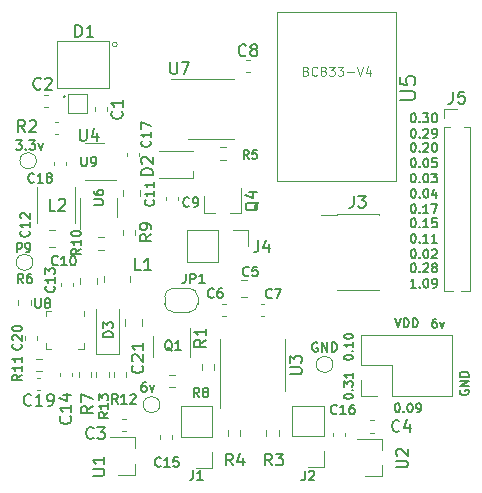
<source format=gbr>
%TF.GenerationSoftware,KiCad,Pcbnew,(6.0.0)*%
%TF.CreationDate,2022-01-21T19:42:06+01:00*%
%TF.ProjectId,DotBot,446f7442-6f74-42e6-9b69-6361645f7063,rev?*%
%TF.SameCoordinates,Original*%
%TF.FileFunction,Legend,Top*%
%TF.FilePolarity,Positive*%
%FSLAX46Y46*%
G04 Gerber Fmt 4.6, Leading zero omitted, Abs format (unit mm)*
G04 Created by KiCad (PCBNEW (6.0.0)) date 2022-01-21 19:42:06*
%MOMM*%
%LPD*%
G01*
G04 APERTURE LIST*
%ADD10C,0.150000*%
%ADD11C,0.105664*%
%ADD12C,0.100000*%
%ADD13C,0.120000*%
G04 APERTURE END LIST*
D10*
X109071428Y-59589285D02*
X109142857Y-59589285D01*
X109214285Y-59625000D01*
X109250000Y-59660714D01*
X109285714Y-59732142D01*
X109321428Y-59875000D01*
X109321428Y-60053571D01*
X109285714Y-60196428D01*
X109250000Y-60267857D01*
X109214285Y-60303571D01*
X109142857Y-60339285D01*
X109071428Y-60339285D01*
X109000000Y-60303571D01*
X108964285Y-60267857D01*
X108928571Y-60196428D01*
X108892857Y-60053571D01*
X108892857Y-59875000D01*
X108928571Y-59732142D01*
X108964285Y-59660714D01*
X109000000Y-59625000D01*
X109071428Y-59589285D01*
X109642857Y-60267857D02*
X109678571Y-60303571D01*
X109642857Y-60339285D01*
X109607142Y-60303571D01*
X109642857Y-60267857D01*
X109642857Y-60339285D01*
X110392857Y-60339285D02*
X109964285Y-60339285D01*
X110178571Y-60339285D02*
X110178571Y-59589285D01*
X110107142Y-59696428D01*
X110035714Y-59767857D01*
X109964285Y-59803571D01*
X111071428Y-59589285D02*
X110714285Y-59589285D01*
X110678571Y-59946428D01*
X110714285Y-59910714D01*
X110785714Y-59875000D01*
X110964285Y-59875000D01*
X111035714Y-59910714D01*
X111071428Y-59946428D01*
X111107142Y-60017857D01*
X111107142Y-60196428D01*
X111071428Y-60267857D01*
X111035714Y-60303571D01*
X110964285Y-60339285D01*
X110785714Y-60339285D01*
X110714285Y-60303571D01*
X110678571Y-60267857D01*
X113075000Y-74121428D02*
X113039285Y-74192857D01*
X113039285Y-74300000D01*
X113075000Y-74407142D01*
X113146428Y-74478571D01*
X113217857Y-74514285D01*
X113360714Y-74550000D01*
X113467857Y-74550000D01*
X113610714Y-74514285D01*
X113682142Y-74478571D01*
X113753571Y-74407142D01*
X113789285Y-74300000D01*
X113789285Y-74228571D01*
X113753571Y-74121428D01*
X113717857Y-74085714D01*
X113467857Y-74085714D01*
X113467857Y-74228571D01*
X113789285Y-73764285D02*
X113039285Y-73764285D01*
X113789285Y-73335714D01*
X113039285Y-73335714D01*
X113789285Y-72978571D02*
X113039285Y-72978571D01*
X113039285Y-72800000D01*
X113075000Y-72692857D01*
X113146428Y-72621428D01*
X113217857Y-72585714D01*
X113360714Y-72550000D01*
X113467857Y-72550000D01*
X113610714Y-72585714D01*
X113682142Y-72621428D01*
X113753571Y-72692857D01*
X113789285Y-72800000D01*
X113789285Y-72978571D01*
X109071428Y-53189285D02*
X109142857Y-53189285D01*
X109214285Y-53225000D01*
X109250000Y-53260714D01*
X109285714Y-53332142D01*
X109321428Y-53475000D01*
X109321428Y-53653571D01*
X109285714Y-53796428D01*
X109250000Y-53867857D01*
X109214285Y-53903571D01*
X109142857Y-53939285D01*
X109071428Y-53939285D01*
X109000000Y-53903571D01*
X108964285Y-53867857D01*
X108928571Y-53796428D01*
X108892857Y-53653571D01*
X108892857Y-53475000D01*
X108928571Y-53332142D01*
X108964285Y-53260714D01*
X109000000Y-53225000D01*
X109071428Y-53189285D01*
X109642857Y-53867857D02*
X109678571Y-53903571D01*
X109642857Y-53939285D01*
X109607142Y-53903571D01*
X109642857Y-53867857D01*
X109642857Y-53939285D01*
X109964285Y-53260714D02*
X110000000Y-53225000D01*
X110071428Y-53189285D01*
X110250000Y-53189285D01*
X110321428Y-53225000D01*
X110357142Y-53260714D01*
X110392857Y-53332142D01*
X110392857Y-53403571D01*
X110357142Y-53510714D01*
X109928571Y-53939285D01*
X110392857Y-53939285D01*
X110857142Y-53189285D02*
X110928571Y-53189285D01*
X111000000Y-53225000D01*
X111035714Y-53260714D01*
X111071428Y-53332142D01*
X111107142Y-53475000D01*
X111107142Y-53653571D01*
X111071428Y-53796428D01*
X111035714Y-53867857D01*
X111000000Y-53903571D01*
X110928571Y-53939285D01*
X110857142Y-53939285D01*
X110785714Y-53903571D01*
X110750000Y-53867857D01*
X110714285Y-53796428D01*
X110678571Y-53653571D01*
X110678571Y-53475000D01*
X110714285Y-53332142D01*
X110750000Y-53260714D01*
X110785714Y-53225000D01*
X110857142Y-53189285D01*
X109071428Y-55789285D02*
X109142857Y-55789285D01*
X109214285Y-55825000D01*
X109250000Y-55860714D01*
X109285714Y-55932142D01*
X109321428Y-56075000D01*
X109321428Y-56253571D01*
X109285714Y-56396428D01*
X109250000Y-56467857D01*
X109214285Y-56503571D01*
X109142857Y-56539285D01*
X109071428Y-56539285D01*
X109000000Y-56503571D01*
X108964285Y-56467857D01*
X108928571Y-56396428D01*
X108892857Y-56253571D01*
X108892857Y-56075000D01*
X108928571Y-55932142D01*
X108964285Y-55860714D01*
X109000000Y-55825000D01*
X109071428Y-55789285D01*
X109642857Y-56467857D02*
X109678571Y-56503571D01*
X109642857Y-56539285D01*
X109607142Y-56503571D01*
X109642857Y-56467857D01*
X109642857Y-56539285D01*
X110142857Y-55789285D02*
X110214285Y-55789285D01*
X110285714Y-55825000D01*
X110321428Y-55860714D01*
X110357142Y-55932142D01*
X110392857Y-56075000D01*
X110392857Y-56253571D01*
X110357142Y-56396428D01*
X110321428Y-56467857D01*
X110285714Y-56503571D01*
X110214285Y-56539285D01*
X110142857Y-56539285D01*
X110071428Y-56503571D01*
X110035714Y-56467857D01*
X110000000Y-56396428D01*
X109964285Y-56253571D01*
X109964285Y-56075000D01*
X110000000Y-55932142D01*
X110035714Y-55860714D01*
X110071428Y-55825000D01*
X110142857Y-55789285D01*
X110642857Y-55789285D02*
X111107142Y-55789285D01*
X110857142Y-56075000D01*
X110964285Y-56075000D01*
X111035714Y-56110714D01*
X111071428Y-56146428D01*
X111107142Y-56217857D01*
X111107142Y-56396428D01*
X111071428Y-56467857D01*
X111035714Y-56503571D01*
X110964285Y-56539285D01*
X110750000Y-56539285D01*
X110678571Y-56503571D01*
X110642857Y-56467857D01*
X111057142Y-68089285D02*
X110914285Y-68089285D01*
X110842857Y-68125000D01*
X110807142Y-68160714D01*
X110735714Y-68267857D01*
X110700000Y-68410714D01*
X110700000Y-68696428D01*
X110735714Y-68767857D01*
X110771428Y-68803571D01*
X110842857Y-68839285D01*
X110985714Y-68839285D01*
X111057142Y-68803571D01*
X111092857Y-68767857D01*
X111128571Y-68696428D01*
X111128571Y-68517857D01*
X111092857Y-68446428D01*
X111057142Y-68410714D01*
X110985714Y-68375000D01*
X110842857Y-68375000D01*
X110771428Y-68410714D01*
X110735714Y-68446428D01*
X110700000Y-68517857D01*
X111378571Y-68339285D02*
X111557142Y-68839285D01*
X111735714Y-68339285D01*
X109321428Y-65439285D02*
X108892857Y-65439285D01*
X109107142Y-65439285D02*
X109107142Y-64689285D01*
X109035714Y-64796428D01*
X108964285Y-64867857D01*
X108892857Y-64903571D01*
X109642857Y-65367857D02*
X109678571Y-65403571D01*
X109642857Y-65439285D01*
X109607142Y-65403571D01*
X109642857Y-65367857D01*
X109642857Y-65439285D01*
X110142857Y-64689285D02*
X110214285Y-64689285D01*
X110285714Y-64725000D01*
X110321428Y-64760714D01*
X110357142Y-64832142D01*
X110392857Y-64975000D01*
X110392857Y-65153571D01*
X110357142Y-65296428D01*
X110321428Y-65367857D01*
X110285714Y-65403571D01*
X110214285Y-65439285D01*
X110142857Y-65439285D01*
X110071428Y-65403571D01*
X110035714Y-65367857D01*
X110000000Y-65296428D01*
X109964285Y-65153571D01*
X109964285Y-64975000D01*
X110000000Y-64832142D01*
X110035714Y-64760714D01*
X110071428Y-64725000D01*
X110142857Y-64689285D01*
X110750000Y-65439285D02*
X110892857Y-65439285D01*
X110964285Y-65403571D01*
X111000000Y-65367857D01*
X111071428Y-65260714D01*
X111107142Y-65117857D01*
X111107142Y-64832142D01*
X111071428Y-64760714D01*
X111035714Y-64725000D01*
X110964285Y-64689285D01*
X110821428Y-64689285D01*
X110750000Y-64725000D01*
X110714285Y-64760714D01*
X110678571Y-64832142D01*
X110678571Y-65010714D01*
X110714285Y-65082142D01*
X110750000Y-65117857D01*
X110821428Y-65153571D01*
X110964285Y-65153571D01*
X111035714Y-65117857D01*
X111071428Y-65082142D01*
X111107142Y-65010714D01*
X109071428Y-54489285D02*
X109142857Y-54489285D01*
X109214285Y-54525000D01*
X109250000Y-54560714D01*
X109285714Y-54632142D01*
X109321428Y-54775000D01*
X109321428Y-54953571D01*
X109285714Y-55096428D01*
X109250000Y-55167857D01*
X109214285Y-55203571D01*
X109142857Y-55239285D01*
X109071428Y-55239285D01*
X109000000Y-55203571D01*
X108964285Y-55167857D01*
X108928571Y-55096428D01*
X108892857Y-54953571D01*
X108892857Y-54775000D01*
X108928571Y-54632142D01*
X108964285Y-54560714D01*
X109000000Y-54525000D01*
X109071428Y-54489285D01*
X109642857Y-55167857D02*
X109678571Y-55203571D01*
X109642857Y-55239285D01*
X109607142Y-55203571D01*
X109642857Y-55167857D01*
X109642857Y-55239285D01*
X110142857Y-54489285D02*
X110214285Y-54489285D01*
X110285714Y-54525000D01*
X110321428Y-54560714D01*
X110357142Y-54632142D01*
X110392857Y-54775000D01*
X110392857Y-54953571D01*
X110357142Y-55096428D01*
X110321428Y-55167857D01*
X110285714Y-55203571D01*
X110214285Y-55239285D01*
X110142857Y-55239285D01*
X110071428Y-55203571D01*
X110035714Y-55167857D01*
X110000000Y-55096428D01*
X109964285Y-54953571D01*
X109964285Y-54775000D01*
X110000000Y-54632142D01*
X110035714Y-54560714D01*
X110071428Y-54525000D01*
X110142857Y-54489285D01*
X111071428Y-54489285D02*
X110714285Y-54489285D01*
X110678571Y-54846428D01*
X110714285Y-54810714D01*
X110785714Y-54775000D01*
X110964285Y-54775000D01*
X111035714Y-54810714D01*
X111071428Y-54846428D01*
X111107142Y-54917857D01*
X111107142Y-55096428D01*
X111071428Y-55167857D01*
X111035714Y-55203571D01*
X110964285Y-55239285D01*
X110785714Y-55239285D01*
X110714285Y-55203571D01*
X110678571Y-55167857D01*
X109071428Y-51989285D02*
X109142857Y-51989285D01*
X109214285Y-52025000D01*
X109250000Y-52060714D01*
X109285714Y-52132142D01*
X109321428Y-52275000D01*
X109321428Y-52453571D01*
X109285714Y-52596428D01*
X109250000Y-52667857D01*
X109214285Y-52703571D01*
X109142857Y-52739285D01*
X109071428Y-52739285D01*
X109000000Y-52703571D01*
X108964285Y-52667857D01*
X108928571Y-52596428D01*
X108892857Y-52453571D01*
X108892857Y-52275000D01*
X108928571Y-52132142D01*
X108964285Y-52060714D01*
X109000000Y-52025000D01*
X109071428Y-51989285D01*
X109642857Y-52667857D02*
X109678571Y-52703571D01*
X109642857Y-52739285D01*
X109607142Y-52703571D01*
X109642857Y-52667857D01*
X109642857Y-52739285D01*
X109964285Y-52060714D02*
X110000000Y-52025000D01*
X110071428Y-51989285D01*
X110250000Y-51989285D01*
X110321428Y-52025000D01*
X110357142Y-52060714D01*
X110392857Y-52132142D01*
X110392857Y-52203571D01*
X110357142Y-52310714D01*
X109928571Y-52739285D01*
X110392857Y-52739285D01*
X110750000Y-52739285D02*
X110892857Y-52739285D01*
X110964285Y-52703571D01*
X111000000Y-52667857D01*
X111071428Y-52560714D01*
X111107142Y-52417857D01*
X111107142Y-52132142D01*
X111071428Y-52060714D01*
X111035714Y-52025000D01*
X110964285Y-51989285D01*
X110821428Y-51989285D01*
X110750000Y-52025000D01*
X110714285Y-52060714D01*
X110678571Y-52132142D01*
X110678571Y-52310714D01*
X110714285Y-52382142D01*
X110750000Y-52417857D01*
X110821428Y-52453571D01*
X110964285Y-52453571D01*
X111035714Y-52417857D01*
X111071428Y-52382142D01*
X111107142Y-52310714D01*
X109071428Y-58389285D02*
X109142857Y-58389285D01*
X109214285Y-58425000D01*
X109250000Y-58460714D01*
X109285714Y-58532142D01*
X109321428Y-58675000D01*
X109321428Y-58853571D01*
X109285714Y-58996428D01*
X109250000Y-59067857D01*
X109214285Y-59103571D01*
X109142857Y-59139285D01*
X109071428Y-59139285D01*
X109000000Y-59103571D01*
X108964285Y-59067857D01*
X108928571Y-58996428D01*
X108892857Y-58853571D01*
X108892857Y-58675000D01*
X108928571Y-58532142D01*
X108964285Y-58460714D01*
X109000000Y-58425000D01*
X109071428Y-58389285D01*
X109642857Y-59067857D02*
X109678571Y-59103571D01*
X109642857Y-59139285D01*
X109607142Y-59103571D01*
X109642857Y-59067857D01*
X109642857Y-59139285D01*
X110392857Y-59139285D02*
X109964285Y-59139285D01*
X110178571Y-59139285D02*
X110178571Y-58389285D01*
X110107142Y-58496428D01*
X110035714Y-58567857D01*
X109964285Y-58603571D01*
X110642857Y-58389285D02*
X111142857Y-58389285D01*
X110821428Y-59139285D01*
X109071428Y-62189285D02*
X109142857Y-62189285D01*
X109214285Y-62225000D01*
X109250000Y-62260714D01*
X109285714Y-62332142D01*
X109321428Y-62475000D01*
X109321428Y-62653571D01*
X109285714Y-62796428D01*
X109250000Y-62867857D01*
X109214285Y-62903571D01*
X109142857Y-62939285D01*
X109071428Y-62939285D01*
X109000000Y-62903571D01*
X108964285Y-62867857D01*
X108928571Y-62796428D01*
X108892857Y-62653571D01*
X108892857Y-62475000D01*
X108928571Y-62332142D01*
X108964285Y-62260714D01*
X109000000Y-62225000D01*
X109071428Y-62189285D01*
X109642857Y-62867857D02*
X109678571Y-62903571D01*
X109642857Y-62939285D01*
X109607142Y-62903571D01*
X109642857Y-62867857D01*
X109642857Y-62939285D01*
X110142857Y-62189285D02*
X110214285Y-62189285D01*
X110285714Y-62225000D01*
X110321428Y-62260714D01*
X110357142Y-62332142D01*
X110392857Y-62475000D01*
X110392857Y-62653571D01*
X110357142Y-62796428D01*
X110321428Y-62867857D01*
X110285714Y-62903571D01*
X110214285Y-62939285D01*
X110142857Y-62939285D01*
X110071428Y-62903571D01*
X110035714Y-62867857D01*
X110000000Y-62796428D01*
X109964285Y-62653571D01*
X109964285Y-62475000D01*
X110000000Y-62332142D01*
X110035714Y-62260714D01*
X110071428Y-62225000D01*
X110142857Y-62189285D01*
X110678571Y-62260714D02*
X110714285Y-62225000D01*
X110785714Y-62189285D01*
X110964285Y-62189285D01*
X111035714Y-62225000D01*
X111071428Y-62260714D01*
X111107142Y-62332142D01*
X111107142Y-62403571D01*
X111071428Y-62510714D01*
X110642857Y-62939285D01*
X111107142Y-62939285D01*
X103239285Y-71378571D02*
X103239285Y-71307142D01*
X103275000Y-71235714D01*
X103310714Y-71200000D01*
X103382142Y-71164285D01*
X103525000Y-71128571D01*
X103703571Y-71128571D01*
X103846428Y-71164285D01*
X103917857Y-71200000D01*
X103953571Y-71235714D01*
X103989285Y-71307142D01*
X103989285Y-71378571D01*
X103953571Y-71450000D01*
X103917857Y-71485714D01*
X103846428Y-71521428D01*
X103703571Y-71557142D01*
X103525000Y-71557142D01*
X103382142Y-71521428D01*
X103310714Y-71485714D01*
X103275000Y-71450000D01*
X103239285Y-71378571D01*
X103917857Y-70807142D02*
X103953571Y-70771428D01*
X103989285Y-70807142D01*
X103953571Y-70842857D01*
X103917857Y-70807142D01*
X103989285Y-70807142D01*
X103989285Y-70057142D02*
X103989285Y-70485714D01*
X103989285Y-70271428D02*
X103239285Y-70271428D01*
X103346428Y-70342857D01*
X103417857Y-70414285D01*
X103453571Y-70485714D01*
X103239285Y-69592857D02*
X103239285Y-69521428D01*
X103275000Y-69450000D01*
X103310714Y-69414285D01*
X103382142Y-69378571D01*
X103525000Y-69342857D01*
X103703571Y-69342857D01*
X103846428Y-69378571D01*
X103917857Y-69414285D01*
X103953571Y-69450000D01*
X103989285Y-69521428D01*
X103989285Y-69592857D01*
X103953571Y-69664285D01*
X103917857Y-69700000D01*
X103846428Y-69735714D01*
X103703571Y-69771428D01*
X103525000Y-69771428D01*
X103382142Y-69735714D01*
X103310714Y-69700000D01*
X103275000Y-69664285D01*
X103239285Y-69592857D01*
X109071428Y-60889285D02*
X109142857Y-60889285D01*
X109214285Y-60925000D01*
X109250000Y-60960714D01*
X109285714Y-61032142D01*
X109321428Y-61175000D01*
X109321428Y-61353571D01*
X109285714Y-61496428D01*
X109250000Y-61567857D01*
X109214285Y-61603571D01*
X109142857Y-61639285D01*
X109071428Y-61639285D01*
X109000000Y-61603571D01*
X108964285Y-61567857D01*
X108928571Y-61496428D01*
X108892857Y-61353571D01*
X108892857Y-61175000D01*
X108928571Y-61032142D01*
X108964285Y-60960714D01*
X109000000Y-60925000D01*
X109071428Y-60889285D01*
X109642857Y-61567857D02*
X109678571Y-61603571D01*
X109642857Y-61639285D01*
X109607142Y-61603571D01*
X109642857Y-61567857D01*
X109642857Y-61639285D01*
X110392857Y-61639285D02*
X109964285Y-61639285D01*
X110178571Y-61639285D02*
X110178571Y-60889285D01*
X110107142Y-60996428D01*
X110035714Y-61067857D01*
X109964285Y-61103571D01*
X111107142Y-61639285D02*
X110678571Y-61639285D01*
X110892857Y-61639285D02*
X110892857Y-60889285D01*
X110821428Y-60996428D01*
X110750000Y-61067857D01*
X110678571Y-61103571D01*
X107721428Y-75239285D02*
X107792857Y-75239285D01*
X107864285Y-75275000D01*
X107900000Y-75310714D01*
X107935714Y-75382142D01*
X107971428Y-75525000D01*
X107971428Y-75703571D01*
X107935714Y-75846428D01*
X107900000Y-75917857D01*
X107864285Y-75953571D01*
X107792857Y-75989285D01*
X107721428Y-75989285D01*
X107650000Y-75953571D01*
X107614285Y-75917857D01*
X107578571Y-75846428D01*
X107542857Y-75703571D01*
X107542857Y-75525000D01*
X107578571Y-75382142D01*
X107614285Y-75310714D01*
X107650000Y-75275000D01*
X107721428Y-75239285D01*
X108292857Y-75917857D02*
X108328571Y-75953571D01*
X108292857Y-75989285D01*
X108257142Y-75953571D01*
X108292857Y-75917857D01*
X108292857Y-75989285D01*
X108792857Y-75239285D02*
X108864285Y-75239285D01*
X108935714Y-75275000D01*
X108971428Y-75310714D01*
X109007142Y-75382142D01*
X109042857Y-75525000D01*
X109042857Y-75703571D01*
X109007142Y-75846428D01*
X108971428Y-75917857D01*
X108935714Y-75953571D01*
X108864285Y-75989285D01*
X108792857Y-75989285D01*
X108721428Y-75953571D01*
X108685714Y-75917857D01*
X108650000Y-75846428D01*
X108614285Y-75703571D01*
X108614285Y-75525000D01*
X108650000Y-75382142D01*
X108685714Y-75310714D01*
X108721428Y-75275000D01*
X108792857Y-75239285D01*
X109400000Y-75989285D02*
X109542857Y-75989285D01*
X109614285Y-75953571D01*
X109650000Y-75917857D01*
X109721428Y-75810714D01*
X109757142Y-75667857D01*
X109757142Y-75382142D01*
X109721428Y-75310714D01*
X109685714Y-75275000D01*
X109614285Y-75239285D01*
X109471428Y-75239285D01*
X109400000Y-75275000D01*
X109364285Y-75310714D01*
X109328571Y-75382142D01*
X109328571Y-75560714D01*
X109364285Y-75632142D01*
X109400000Y-75667857D01*
X109471428Y-75703571D01*
X109614285Y-75703571D01*
X109685714Y-75667857D01*
X109721428Y-75632142D01*
X109757142Y-75560714D01*
X109071428Y-50689285D02*
X109142857Y-50689285D01*
X109214285Y-50725000D01*
X109250000Y-50760714D01*
X109285714Y-50832142D01*
X109321428Y-50975000D01*
X109321428Y-51153571D01*
X109285714Y-51296428D01*
X109250000Y-51367857D01*
X109214285Y-51403571D01*
X109142857Y-51439285D01*
X109071428Y-51439285D01*
X109000000Y-51403571D01*
X108964285Y-51367857D01*
X108928571Y-51296428D01*
X108892857Y-51153571D01*
X108892857Y-50975000D01*
X108928571Y-50832142D01*
X108964285Y-50760714D01*
X109000000Y-50725000D01*
X109071428Y-50689285D01*
X109642857Y-51367857D02*
X109678571Y-51403571D01*
X109642857Y-51439285D01*
X109607142Y-51403571D01*
X109642857Y-51367857D01*
X109642857Y-51439285D01*
X109928571Y-50689285D02*
X110392857Y-50689285D01*
X110142857Y-50975000D01*
X110250000Y-50975000D01*
X110321428Y-51010714D01*
X110357142Y-51046428D01*
X110392857Y-51117857D01*
X110392857Y-51296428D01*
X110357142Y-51367857D01*
X110321428Y-51403571D01*
X110250000Y-51439285D01*
X110035714Y-51439285D01*
X109964285Y-51403571D01*
X109928571Y-51367857D01*
X110857142Y-50689285D02*
X110928571Y-50689285D01*
X111000000Y-50725000D01*
X111035714Y-50760714D01*
X111071428Y-50832142D01*
X111107142Y-50975000D01*
X111107142Y-51153571D01*
X111071428Y-51296428D01*
X111035714Y-51367857D01*
X111000000Y-51403571D01*
X110928571Y-51439285D01*
X110857142Y-51439285D01*
X110785714Y-51403571D01*
X110750000Y-51367857D01*
X110714285Y-51296428D01*
X110678571Y-51153571D01*
X110678571Y-50975000D01*
X110714285Y-50832142D01*
X110750000Y-50760714D01*
X110785714Y-50725000D01*
X110857142Y-50689285D01*
X109071428Y-57089285D02*
X109142857Y-57089285D01*
X109214285Y-57125000D01*
X109250000Y-57160714D01*
X109285714Y-57232142D01*
X109321428Y-57375000D01*
X109321428Y-57553571D01*
X109285714Y-57696428D01*
X109250000Y-57767857D01*
X109214285Y-57803571D01*
X109142857Y-57839285D01*
X109071428Y-57839285D01*
X109000000Y-57803571D01*
X108964285Y-57767857D01*
X108928571Y-57696428D01*
X108892857Y-57553571D01*
X108892857Y-57375000D01*
X108928571Y-57232142D01*
X108964285Y-57160714D01*
X109000000Y-57125000D01*
X109071428Y-57089285D01*
X109642857Y-57767857D02*
X109678571Y-57803571D01*
X109642857Y-57839285D01*
X109607142Y-57803571D01*
X109642857Y-57767857D01*
X109642857Y-57839285D01*
X110142857Y-57089285D02*
X110214285Y-57089285D01*
X110285714Y-57125000D01*
X110321428Y-57160714D01*
X110357142Y-57232142D01*
X110392857Y-57375000D01*
X110392857Y-57553571D01*
X110357142Y-57696428D01*
X110321428Y-57767857D01*
X110285714Y-57803571D01*
X110214285Y-57839285D01*
X110142857Y-57839285D01*
X110071428Y-57803571D01*
X110035714Y-57767857D01*
X110000000Y-57696428D01*
X109964285Y-57553571D01*
X109964285Y-57375000D01*
X110000000Y-57232142D01*
X110035714Y-57160714D01*
X110071428Y-57125000D01*
X110142857Y-57089285D01*
X111035714Y-57339285D02*
X111035714Y-57839285D01*
X110857142Y-57053571D02*
X110678571Y-57589285D01*
X111142857Y-57589285D01*
X103239285Y-74678571D02*
X103239285Y-74607142D01*
X103275000Y-74535714D01*
X103310714Y-74500000D01*
X103382142Y-74464285D01*
X103525000Y-74428571D01*
X103703571Y-74428571D01*
X103846428Y-74464285D01*
X103917857Y-74500000D01*
X103953571Y-74535714D01*
X103989285Y-74607142D01*
X103989285Y-74678571D01*
X103953571Y-74750000D01*
X103917857Y-74785714D01*
X103846428Y-74821428D01*
X103703571Y-74857142D01*
X103525000Y-74857142D01*
X103382142Y-74821428D01*
X103310714Y-74785714D01*
X103275000Y-74750000D01*
X103239285Y-74678571D01*
X103917857Y-74107142D02*
X103953571Y-74071428D01*
X103989285Y-74107142D01*
X103953571Y-74142857D01*
X103917857Y-74107142D01*
X103989285Y-74107142D01*
X103239285Y-73821428D02*
X103239285Y-73357142D01*
X103525000Y-73607142D01*
X103525000Y-73500000D01*
X103560714Y-73428571D01*
X103596428Y-73392857D01*
X103667857Y-73357142D01*
X103846428Y-73357142D01*
X103917857Y-73392857D01*
X103953571Y-73428571D01*
X103989285Y-73500000D01*
X103989285Y-73714285D01*
X103953571Y-73785714D01*
X103917857Y-73821428D01*
X103989285Y-72642857D02*
X103989285Y-73071428D01*
X103989285Y-72857142D02*
X103239285Y-72857142D01*
X103346428Y-72928571D01*
X103417857Y-73000000D01*
X103453571Y-73071428D01*
X107550000Y-68039285D02*
X107800000Y-68789285D01*
X108050000Y-68039285D01*
X108300000Y-68789285D02*
X108300000Y-68039285D01*
X108478571Y-68039285D01*
X108585714Y-68075000D01*
X108657142Y-68146428D01*
X108692857Y-68217857D01*
X108728571Y-68360714D01*
X108728571Y-68467857D01*
X108692857Y-68610714D01*
X108657142Y-68682142D01*
X108585714Y-68753571D01*
X108478571Y-68789285D01*
X108300000Y-68789285D01*
X109050000Y-68789285D02*
X109050000Y-68039285D01*
X109228571Y-68039285D01*
X109335714Y-68075000D01*
X109407142Y-68146428D01*
X109442857Y-68217857D01*
X109478571Y-68360714D01*
X109478571Y-68467857D01*
X109442857Y-68610714D01*
X109407142Y-68682142D01*
X109335714Y-68753571D01*
X109228571Y-68789285D01*
X109050000Y-68789285D01*
X109071428Y-63389285D02*
X109142857Y-63389285D01*
X109214285Y-63425000D01*
X109250000Y-63460714D01*
X109285714Y-63532142D01*
X109321428Y-63675000D01*
X109321428Y-63853571D01*
X109285714Y-63996428D01*
X109250000Y-64067857D01*
X109214285Y-64103571D01*
X109142857Y-64139285D01*
X109071428Y-64139285D01*
X109000000Y-64103571D01*
X108964285Y-64067857D01*
X108928571Y-63996428D01*
X108892857Y-63853571D01*
X108892857Y-63675000D01*
X108928571Y-63532142D01*
X108964285Y-63460714D01*
X109000000Y-63425000D01*
X109071428Y-63389285D01*
X109642857Y-64067857D02*
X109678571Y-64103571D01*
X109642857Y-64139285D01*
X109607142Y-64103571D01*
X109642857Y-64067857D01*
X109642857Y-64139285D01*
X109964285Y-63460714D02*
X110000000Y-63425000D01*
X110071428Y-63389285D01*
X110250000Y-63389285D01*
X110321428Y-63425000D01*
X110357142Y-63460714D01*
X110392857Y-63532142D01*
X110392857Y-63603571D01*
X110357142Y-63710714D01*
X109928571Y-64139285D01*
X110392857Y-64139285D01*
X110821428Y-63710714D02*
X110750000Y-63675000D01*
X110714285Y-63639285D01*
X110678571Y-63567857D01*
X110678571Y-63532142D01*
X110714285Y-63460714D01*
X110750000Y-63425000D01*
X110821428Y-63389285D01*
X110964285Y-63389285D01*
X111035714Y-63425000D01*
X111071428Y-63460714D01*
X111107142Y-63532142D01*
X111107142Y-63567857D01*
X111071428Y-63639285D01*
X111035714Y-63675000D01*
X110964285Y-63710714D01*
X110821428Y-63710714D01*
X110750000Y-63746428D01*
X110714285Y-63782142D01*
X110678571Y-63853571D01*
X110678571Y-63996428D01*
X110714285Y-64067857D01*
X110750000Y-64103571D01*
X110821428Y-64139285D01*
X110964285Y-64139285D01*
X111035714Y-64103571D01*
X111071428Y-64067857D01*
X111107142Y-63996428D01*
X111107142Y-63853571D01*
X111071428Y-63782142D01*
X111035714Y-63746428D01*
X110964285Y-63710714D01*
%TO.C,U4*%
X80872410Y-52002380D02*
X80872410Y-52811904D01*
X80920029Y-52907142D01*
X80967648Y-52954761D01*
X81062886Y-53002380D01*
X81253362Y-53002380D01*
X81348600Y-52954761D01*
X81396219Y-52907142D01*
X81443838Y-52811904D01*
X81443838Y-52002380D01*
X82348600Y-52335714D02*
X82348600Y-53002380D01*
X82110505Y-51954761D02*
X81872410Y-52669047D01*
X82491457Y-52669047D01*
%TO.C,C1*%
X84421457Y-50516666D02*
X84469076Y-50564285D01*
X84516695Y-50707142D01*
X84516695Y-50802380D01*
X84469076Y-50945238D01*
X84373838Y-51040476D01*
X84278600Y-51088095D01*
X84088124Y-51135714D01*
X83945267Y-51135714D01*
X83754791Y-51088095D01*
X83659553Y-51040476D01*
X83564315Y-50945238D01*
X83516695Y-50802380D01*
X83516695Y-50707142D01*
X83564315Y-50564285D01*
X83611934Y-50516666D01*
X84516695Y-49564285D02*
X84516695Y-50135714D01*
X84516695Y-49850000D02*
X83516695Y-49850000D01*
X83659553Y-49945238D01*
X83754791Y-50040476D01*
X83802410Y-50135714D01*
%TO.C,C2*%
X77567648Y-48577142D02*
X77520029Y-48624761D01*
X77377172Y-48672380D01*
X77281934Y-48672380D01*
X77139076Y-48624761D01*
X77043838Y-48529523D01*
X76996219Y-48434285D01*
X76948600Y-48243809D01*
X76948600Y-48100952D01*
X76996219Y-47910476D01*
X77043838Y-47815238D01*
X77139076Y-47720000D01*
X77281934Y-47672380D01*
X77377172Y-47672380D01*
X77520029Y-47720000D01*
X77567648Y-47767619D01*
X77948600Y-47767619D02*
X77996219Y-47720000D01*
X78091457Y-47672380D01*
X78329553Y-47672380D01*
X78424791Y-47720000D01*
X78472410Y-47767619D01*
X78520029Y-47862857D01*
X78520029Y-47958095D01*
X78472410Y-48100952D01*
X77900981Y-48672380D01*
X78520029Y-48672380D01*
%TO.C,D1*%
X80496219Y-44202380D02*
X80496219Y-43202380D01*
X80734315Y-43202380D01*
X80877172Y-43250000D01*
X80972410Y-43345238D01*
X81020029Y-43440476D01*
X81067648Y-43630952D01*
X81067648Y-43773809D01*
X81020029Y-43964285D01*
X80972410Y-44059523D01*
X80877172Y-44154761D01*
X80734315Y-44202380D01*
X80496219Y-44202380D01*
X82020029Y-44202380D02*
X81448600Y-44202380D01*
X81734315Y-44202380D02*
X81734315Y-43202380D01*
X81639076Y-43345238D01*
X81543838Y-43440476D01*
X81448600Y-43488095D01*
%TO.C,J1*%
X90483333Y-80911904D02*
X90483333Y-81483333D01*
X90445238Y-81597619D01*
X90369047Y-81673809D01*
X90254761Y-81711904D01*
X90178571Y-81711904D01*
X91283333Y-81711904D02*
X90826190Y-81711904D01*
X91054761Y-81711904D02*
X91054761Y-80911904D01*
X90978571Y-81026190D01*
X90902380Y-81102380D01*
X90826190Y-81140476D01*
%TO.C,J2*%
X99933333Y-80961904D02*
X99933333Y-81533333D01*
X99895238Y-81647619D01*
X99819047Y-81723809D01*
X99704761Y-81761904D01*
X99628571Y-81761904D01*
X100276190Y-81038095D02*
X100314285Y-81000000D01*
X100390476Y-80961904D01*
X100580952Y-80961904D01*
X100657142Y-81000000D01*
X100695238Y-81038095D01*
X100733333Y-81114285D01*
X100733333Y-81190476D01*
X100695238Y-81304761D01*
X100238095Y-81761904D01*
X100733333Y-81761904D01*
%TO.C,R2*%
X76233333Y-52252380D02*
X75900000Y-51776190D01*
X75661904Y-52252380D02*
X75661904Y-51252380D01*
X76042857Y-51252380D01*
X76138095Y-51300000D01*
X76185714Y-51347619D01*
X76233333Y-51442857D01*
X76233333Y-51585714D01*
X76185714Y-51680952D01*
X76138095Y-51728571D01*
X76042857Y-51776190D01*
X75661904Y-51776190D01*
X76614285Y-51347619D02*
X76661904Y-51300000D01*
X76757142Y-51252380D01*
X76995238Y-51252380D01*
X77090476Y-51300000D01*
X77138095Y-51347619D01*
X77185714Y-51442857D01*
X77185714Y-51538095D01*
X77138095Y-51680952D01*
X76566666Y-52252380D01*
X77185714Y-52252380D01*
%TO.C,R5*%
X95175000Y-54539285D02*
X94925000Y-54182142D01*
X94746428Y-54539285D02*
X94746428Y-53789285D01*
X95032142Y-53789285D01*
X95103571Y-53825000D01*
X95139285Y-53860714D01*
X95175000Y-53932142D01*
X95175000Y-54039285D01*
X95139285Y-54110714D01*
X95103571Y-54146428D01*
X95032142Y-54182142D01*
X94746428Y-54182142D01*
X95853571Y-53789285D02*
X95496428Y-53789285D01*
X95460714Y-54146428D01*
X95496428Y-54110714D01*
X95567857Y-54075000D01*
X95746428Y-54075000D01*
X95817857Y-54110714D01*
X95853571Y-54146428D01*
X95889285Y-54217857D01*
X95889285Y-54396428D01*
X95853571Y-54467857D01*
X95817857Y-54503571D01*
X95746428Y-54539285D01*
X95567857Y-54539285D01*
X95496428Y-54503571D01*
X95460714Y-54467857D01*
%TO.C,J4*%
X95966666Y-61452380D02*
X95966666Y-62166666D01*
X95919047Y-62309523D01*
X95823809Y-62404761D01*
X95680952Y-62452380D01*
X95585714Y-62452380D01*
X96871428Y-61785714D02*
X96871428Y-62452380D01*
X96633333Y-61404761D02*
X96395238Y-62119047D01*
X97014285Y-62119047D01*
%TO.C,C3*%
X82033333Y-78157142D02*
X81985714Y-78204761D01*
X81842857Y-78252380D01*
X81747619Y-78252380D01*
X81604761Y-78204761D01*
X81509523Y-78109523D01*
X81461904Y-78014285D01*
X81414285Y-77823809D01*
X81414285Y-77680952D01*
X81461904Y-77490476D01*
X81509523Y-77395238D01*
X81604761Y-77300000D01*
X81747619Y-77252380D01*
X81842857Y-77252380D01*
X81985714Y-77300000D01*
X82033333Y-77347619D01*
X82366666Y-77252380D02*
X82985714Y-77252380D01*
X82652380Y-77633333D01*
X82795238Y-77633333D01*
X82890476Y-77680952D01*
X82938095Y-77728571D01*
X82985714Y-77823809D01*
X82985714Y-78061904D01*
X82938095Y-78157142D01*
X82890476Y-78204761D01*
X82795238Y-78252380D01*
X82509523Y-78252380D01*
X82414285Y-78204761D01*
X82366666Y-78157142D01*
%TO.C,C4*%
X107933333Y-77557142D02*
X107885714Y-77604761D01*
X107742857Y-77652380D01*
X107647619Y-77652380D01*
X107504761Y-77604761D01*
X107409523Y-77509523D01*
X107361904Y-77414285D01*
X107314285Y-77223809D01*
X107314285Y-77080952D01*
X107361904Y-76890476D01*
X107409523Y-76795238D01*
X107504761Y-76700000D01*
X107647619Y-76652380D01*
X107742857Y-76652380D01*
X107885714Y-76700000D01*
X107933333Y-76747619D01*
X108790476Y-76985714D02*
X108790476Y-77652380D01*
X108552380Y-76604761D02*
X108314285Y-77319047D01*
X108933333Y-77319047D01*
%TO.C,R4*%
X93833333Y-80502380D02*
X93500000Y-80026190D01*
X93261904Y-80502380D02*
X93261904Y-79502380D01*
X93642857Y-79502380D01*
X93738095Y-79550000D01*
X93785714Y-79597619D01*
X93833333Y-79692857D01*
X93833333Y-79835714D01*
X93785714Y-79930952D01*
X93738095Y-79978571D01*
X93642857Y-80026190D01*
X93261904Y-80026190D01*
X94690476Y-79835714D02*
X94690476Y-80502380D01*
X94452380Y-79454761D02*
X94214285Y-80169047D01*
X94833333Y-80169047D01*
%TO.C,C12*%
X76535714Y-60651785D02*
X76573809Y-60689880D01*
X76611904Y-60804166D01*
X76611904Y-60880357D01*
X76573809Y-60994642D01*
X76497619Y-61070833D01*
X76421428Y-61108928D01*
X76269047Y-61147023D01*
X76154761Y-61147023D01*
X76002380Y-61108928D01*
X75926190Y-61070833D01*
X75850000Y-60994642D01*
X75811904Y-60880357D01*
X75811904Y-60804166D01*
X75850000Y-60689880D01*
X75888095Y-60651785D01*
X76611904Y-59889880D02*
X76611904Y-60347023D01*
X76611904Y-60118452D02*
X75811904Y-60118452D01*
X75926190Y-60194642D01*
X76002380Y-60270833D01*
X76040476Y-60347023D01*
X75888095Y-59585119D02*
X75850000Y-59547023D01*
X75811904Y-59470833D01*
X75811904Y-59280357D01*
X75850000Y-59204166D01*
X75888095Y-59166071D01*
X75964285Y-59127976D01*
X76040476Y-59127976D01*
X76154761Y-59166071D01*
X76611904Y-59623214D01*
X76611904Y-59127976D01*
%TO.C,R3*%
X97133333Y-80502380D02*
X96800000Y-80026190D01*
X96561904Y-80502380D02*
X96561904Y-79502380D01*
X96942857Y-79502380D01*
X97038095Y-79550000D01*
X97085714Y-79597619D01*
X97133333Y-79692857D01*
X97133333Y-79835714D01*
X97085714Y-79930952D01*
X97038095Y-79978571D01*
X96942857Y-80026190D01*
X96561904Y-80026190D01*
X97466666Y-79502380D02*
X98085714Y-79502380D01*
X97752380Y-79883333D01*
X97895238Y-79883333D01*
X97990476Y-79930952D01*
X98038095Y-79978571D01*
X98085714Y-80073809D01*
X98085714Y-80311904D01*
X98038095Y-80407142D01*
X97990476Y-80454761D01*
X97895238Y-80502380D01*
X97609523Y-80502380D01*
X97514285Y-80454761D01*
X97466666Y-80407142D01*
%TO.C,U2*%
X107652380Y-80661904D02*
X108461904Y-80661904D01*
X108557142Y-80614285D01*
X108604761Y-80566666D01*
X108652380Y-80471428D01*
X108652380Y-80280952D01*
X108604761Y-80185714D01*
X108557142Y-80138095D01*
X108461904Y-80090476D01*
X107652380Y-80090476D01*
X107747619Y-79661904D02*
X107700000Y-79614285D01*
X107652380Y-79519047D01*
X107652380Y-79280952D01*
X107700000Y-79185714D01*
X107747619Y-79138095D01*
X107842857Y-79090476D01*
X107938095Y-79090476D01*
X108080952Y-79138095D01*
X108652380Y-79709523D01*
X108652380Y-79090476D01*
%TO.C,U1*%
X81952380Y-81361904D02*
X82761904Y-81361904D01*
X82857142Y-81314285D01*
X82904761Y-81266666D01*
X82952380Y-81171428D01*
X82952380Y-80980952D01*
X82904761Y-80885714D01*
X82857142Y-80838095D01*
X82761904Y-80790476D01*
X81952380Y-80790476D01*
X82952380Y-79790476D02*
X82952380Y-80361904D01*
X82952380Y-80076190D02*
X81952380Y-80076190D01*
X82095238Y-80171428D01*
X82190476Y-80266666D01*
X82238095Y-80361904D01*
%TO.C,C9*%
X90116666Y-58535714D02*
X90078571Y-58573809D01*
X89964285Y-58611904D01*
X89888095Y-58611904D01*
X89773809Y-58573809D01*
X89697619Y-58497619D01*
X89659523Y-58421428D01*
X89621428Y-58269047D01*
X89621428Y-58154761D01*
X89659523Y-58002380D01*
X89697619Y-57926190D01*
X89773809Y-57850000D01*
X89888095Y-57811904D01*
X89964285Y-57811904D01*
X90078571Y-57850000D01*
X90116666Y-57888095D01*
X90497619Y-58611904D02*
X90650000Y-58611904D01*
X90726190Y-58573809D01*
X90764285Y-58535714D01*
X90840476Y-58421428D01*
X90878571Y-58269047D01*
X90878571Y-57964285D01*
X90840476Y-57888095D01*
X90802380Y-57850000D01*
X90726190Y-57811904D01*
X90573809Y-57811904D01*
X90497619Y-57850000D01*
X90459523Y-57888095D01*
X90421428Y-57964285D01*
X90421428Y-58154761D01*
X90459523Y-58230952D01*
X90497619Y-58269047D01*
X90573809Y-58307142D01*
X90726190Y-58307142D01*
X90802380Y-58269047D01*
X90840476Y-58230952D01*
X90878571Y-58154761D01*
%TO.C,D2*%
X87052380Y-55888095D02*
X86052380Y-55888095D01*
X86052380Y-55650000D01*
X86100000Y-55507142D01*
X86195238Y-55411904D01*
X86290476Y-55364285D01*
X86480952Y-55316666D01*
X86623809Y-55316666D01*
X86814285Y-55364285D01*
X86909523Y-55411904D01*
X87004761Y-55507142D01*
X87052380Y-55650000D01*
X87052380Y-55888095D01*
X86147619Y-54935714D02*
X86100000Y-54888095D01*
X86052380Y-54792857D01*
X86052380Y-54554761D01*
X86100000Y-54459523D01*
X86147619Y-54411904D01*
X86242857Y-54364285D01*
X86338095Y-54364285D01*
X86480952Y-54411904D01*
X87052380Y-54983333D01*
X87052380Y-54364285D01*
%TO.C,C8*%
X94933333Y-45757142D02*
X94885714Y-45804761D01*
X94742857Y-45852380D01*
X94647619Y-45852380D01*
X94504761Y-45804761D01*
X94409523Y-45709523D01*
X94361904Y-45614285D01*
X94314285Y-45423809D01*
X94314285Y-45280952D01*
X94361904Y-45090476D01*
X94409523Y-44995238D01*
X94504761Y-44900000D01*
X94647619Y-44852380D01*
X94742857Y-44852380D01*
X94885714Y-44900000D01*
X94933333Y-44947619D01*
X95504761Y-45280952D02*
X95409523Y-45233333D01*
X95361904Y-45185714D01*
X95314285Y-45090476D01*
X95314285Y-45042857D01*
X95361904Y-44947619D01*
X95409523Y-44900000D01*
X95504761Y-44852380D01*
X95695238Y-44852380D01*
X95790476Y-44900000D01*
X95838095Y-44947619D01*
X95885714Y-45042857D01*
X95885714Y-45090476D01*
X95838095Y-45185714D01*
X95790476Y-45233333D01*
X95695238Y-45280952D01*
X95504761Y-45280952D01*
X95409523Y-45328571D01*
X95361904Y-45376190D01*
X95314285Y-45471428D01*
X95314285Y-45661904D01*
X95361904Y-45757142D01*
X95409523Y-45804761D01*
X95504761Y-45852380D01*
X95695238Y-45852380D01*
X95790476Y-45804761D01*
X95838095Y-45757142D01*
X95885714Y-45661904D01*
X95885714Y-45471428D01*
X95838095Y-45376190D01*
X95790476Y-45328571D01*
X95695238Y-45280952D01*
%TO.C,Q4*%
X95997619Y-58195238D02*
X95950000Y-58290476D01*
X95854761Y-58385714D01*
X95711904Y-58528571D01*
X95664285Y-58623809D01*
X95664285Y-58719047D01*
X95902380Y-58671428D02*
X95854761Y-58766666D01*
X95759523Y-58861904D01*
X95569047Y-58909523D01*
X95235714Y-58909523D01*
X95045238Y-58861904D01*
X94950000Y-58766666D01*
X94902380Y-58671428D01*
X94902380Y-58480952D01*
X94950000Y-58385714D01*
X95045238Y-58290476D01*
X95235714Y-58242857D01*
X95569047Y-58242857D01*
X95759523Y-58290476D01*
X95854761Y-58385714D01*
X95902380Y-58480952D01*
X95902380Y-58671428D01*
X95235714Y-57385714D02*
X95902380Y-57385714D01*
X94854761Y-57623809D02*
X95569047Y-57861904D01*
X95569047Y-57242857D01*
%TO.C,U7*%
X88538095Y-46352380D02*
X88538095Y-47161904D01*
X88585714Y-47257142D01*
X88633333Y-47304761D01*
X88728571Y-47352380D01*
X88919047Y-47352380D01*
X89014285Y-47304761D01*
X89061904Y-47257142D01*
X89109523Y-47161904D01*
X89109523Y-46352380D01*
X89490476Y-46352380D02*
X90157142Y-46352380D01*
X89728571Y-47352380D01*
%TO.C,C15*%
X87735714Y-80535714D02*
X87697619Y-80573809D01*
X87583333Y-80611904D01*
X87507142Y-80611904D01*
X87392857Y-80573809D01*
X87316666Y-80497619D01*
X87278571Y-80421428D01*
X87240476Y-80269047D01*
X87240476Y-80154761D01*
X87278571Y-80002380D01*
X87316666Y-79926190D01*
X87392857Y-79850000D01*
X87507142Y-79811904D01*
X87583333Y-79811904D01*
X87697619Y-79850000D01*
X87735714Y-79888095D01*
X88497619Y-80611904D02*
X88040476Y-80611904D01*
X88269047Y-80611904D02*
X88269047Y-79811904D01*
X88192857Y-79926190D01*
X88116666Y-80002380D01*
X88040476Y-80040476D01*
X89221428Y-79811904D02*
X88840476Y-79811904D01*
X88802380Y-80192857D01*
X88840476Y-80154761D01*
X88916666Y-80116666D01*
X89107142Y-80116666D01*
X89183333Y-80154761D01*
X89221428Y-80192857D01*
X89259523Y-80269047D01*
X89259523Y-80459523D01*
X89221428Y-80535714D01*
X89183333Y-80573809D01*
X89107142Y-80611904D01*
X88916666Y-80611904D01*
X88840476Y-80573809D01*
X88802380Y-80535714D01*
%TO.C,JP1*%
X89833333Y-64261904D02*
X89833333Y-64833333D01*
X89795238Y-64947619D01*
X89719047Y-65023809D01*
X89604761Y-65061904D01*
X89528571Y-65061904D01*
X90214285Y-65061904D02*
X90214285Y-64261904D01*
X90519047Y-64261904D01*
X90595238Y-64300000D01*
X90633333Y-64338095D01*
X90671428Y-64414285D01*
X90671428Y-64528571D01*
X90633333Y-64604761D01*
X90595238Y-64642857D01*
X90519047Y-64680952D01*
X90214285Y-64680952D01*
X91433333Y-65061904D02*
X90976190Y-65061904D01*
X91204761Y-65061904D02*
X91204761Y-64261904D01*
X91128571Y-64376190D01*
X91052380Y-64452380D01*
X90976190Y-64490476D01*
%TO.C,L2*%
X78783333Y-58914880D02*
X78307142Y-58914880D01*
X78307142Y-57914880D01*
X79069047Y-58010119D02*
X79116666Y-57962500D01*
X79211904Y-57914880D01*
X79450000Y-57914880D01*
X79545238Y-57962500D01*
X79592857Y-58010119D01*
X79640476Y-58105357D01*
X79640476Y-58200595D01*
X79592857Y-58343452D01*
X79021428Y-58914880D01*
X79640476Y-58914880D01*
%TO.C,Q1*%
X88673809Y-70788095D02*
X88597619Y-70750000D01*
X88521428Y-70673809D01*
X88407142Y-70559523D01*
X88330952Y-70521428D01*
X88254761Y-70521428D01*
X88292857Y-70711904D02*
X88216666Y-70673809D01*
X88140476Y-70597619D01*
X88102380Y-70445238D01*
X88102380Y-70178571D01*
X88140476Y-70026190D01*
X88216666Y-69950000D01*
X88292857Y-69911904D01*
X88445238Y-69911904D01*
X88521428Y-69950000D01*
X88597619Y-70026190D01*
X88635714Y-70178571D01*
X88635714Y-70445238D01*
X88597619Y-70597619D01*
X88521428Y-70673809D01*
X88445238Y-70711904D01*
X88292857Y-70711904D01*
X89397619Y-70711904D02*
X88940476Y-70711904D01*
X89169047Y-70711904D02*
X89169047Y-69911904D01*
X89092857Y-70026190D01*
X89016666Y-70102380D01*
X88940476Y-70140476D01*
%TO.C,R8*%
X90966666Y-74711904D02*
X90700000Y-74330952D01*
X90509523Y-74711904D02*
X90509523Y-73911904D01*
X90814285Y-73911904D01*
X90890476Y-73950000D01*
X90928571Y-73988095D01*
X90966666Y-74064285D01*
X90966666Y-74178571D01*
X90928571Y-74254761D01*
X90890476Y-74292857D01*
X90814285Y-74330952D01*
X90509523Y-74330952D01*
X91423809Y-74254761D02*
X91347619Y-74216666D01*
X91309523Y-74178571D01*
X91271428Y-74102380D01*
X91271428Y-74064285D01*
X91309523Y-73988095D01*
X91347619Y-73950000D01*
X91423809Y-73911904D01*
X91576190Y-73911904D01*
X91652380Y-73950000D01*
X91690476Y-73988095D01*
X91728571Y-74064285D01*
X91728571Y-74102380D01*
X91690476Y-74178571D01*
X91652380Y-74216666D01*
X91576190Y-74254761D01*
X91423809Y-74254761D01*
X91347619Y-74292857D01*
X91309523Y-74330952D01*
X91271428Y-74407142D01*
X91271428Y-74559523D01*
X91309523Y-74635714D01*
X91347619Y-74673809D01*
X91423809Y-74711904D01*
X91576190Y-74711904D01*
X91652380Y-74673809D01*
X91690476Y-74635714D01*
X91728571Y-74559523D01*
X91728571Y-74407142D01*
X91690476Y-74330952D01*
X91652380Y-74292857D01*
X91576190Y-74254761D01*
%TO.C,6v*%
X86447619Y-73461904D02*
X86295238Y-73461904D01*
X86219047Y-73500000D01*
X86180952Y-73538095D01*
X86104761Y-73652380D01*
X86066666Y-73804761D01*
X86066666Y-74109523D01*
X86104761Y-74185714D01*
X86142857Y-74223809D01*
X86219047Y-74261904D01*
X86371428Y-74261904D01*
X86447619Y-74223809D01*
X86485714Y-74185714D01*
X86523809Y-74109523D01*
X86523809Y-73919047D01*
X86485714Y-73842857D01*
X86447619Y-73804761D01*
X86371428Y-73766666D01*
X86219047Y-73766666D01*
X86142857Y-73804761D01*
X86104761Y-73842857D01*
X86066666Y-73919047D01*
X86790476Y-73728571D02*
X86980952Y-74261904D01*
X87171428Y-73728571D01*
%TO.C,3.3v*%
X75457142Y-52961904D02*
X75952380Y-52961904D01*
X75685714Y-53266666D01*
X75800000Y-53266666D01*
X75876190Y-53304761D01*
X75914285Y-53342857D01*
X75952380Y-53419047D01*
X75952380Y-53609523D01*
X75914285Y-53685714D01*
X75876190Y-53723809D01*
X75800000Y-53761904D01*
X75571428Y-53761904D01*
X75495238Y-53723809D01*
X75457142Y-53685714D01*
X76295238Y-53685714D02*
X76333333Y-53723809D01*
X76295238Y-53761904D01*
X76257142Y-53723809D01*
X76295238Y-53685714D01*
X76295238Y-53761904D01*
X76600000Y-52961904D02*
X77095238Y-52961904D01*
X76828571Y-53266666D01*
X76942857Y-53266666D01*
X77019047Y-53304761D01*
X77057142Y-53342857D01*
X77095238Y-53419047D01*
X77095238Y-53609523D01*
X77057142Y-53685714D01*
X77019047Y-53723809D01*
X76942857Y-53761904D01*
X76714285Y-53761904D01*
X76638095Y-53723809D01*
X76600000Y-53685714D01*
X77361904Y-53228571D02*
X77552380Y-53761904D01*
X77742857Y-53228571D01*
%TO.C,C16*%
X102635714Y-76085714D02*
X102597619Y-76123809D01*
X102483333Y-76161904D01*
X102407142Y-76161904D01*
X102292857Y-76123809D01*
X102216666Y-76047619D01*
X102178571Y-75971428D01*
X102140476Y-75819047D01*
X102140476Y-75704761D01*
X102178571Y-75552380D01*
X102216666Y-75476190D01*
X102292857Y-75400000D01*
X102407142Y-75361904D01*
X102483333Y-75361904D01*
X102597619Y-75400000D01*
X102635714Y-75438095D01*
X103397619Y-76161904D02*
X102940476Y-76161904D01*
X103169047Y-76161904D02*
X103169047Y-75361904D01*
X103092857Y-75476190D01*
X103016666Y-75552380D01*
X102940476Y-75590476D01*
X104083333Y-75361904D02*
X103930952Y-75361904D01*
X103854761Y-75400000D01*
X103816666Y-75438095D01*
X103740476Y-75552380D01*
X103702380Y-75704761D01*
X103702380Y-76009523D01*
X103740476Y-76085714D01*
X103778571Y-76123809D01*
X103854761Y-76161904D01*
X104007142Y-76161904D01*
X104083333Y-76123809D01*
X104121428Y-76085714D01*
X104159523Y-76009523D01*
X104159523Y-75819047D01*
X104121428Y-75742857D01*
X104083333Y-75704761D01*
X104007142Y-75666666D01*
X103854761Y-75666666D01*
X103778571Y-75704761D01*
X103740476Y-75742857D01*
X103702380Y-75819047D01*
%TO.C,C11*%
X87085714Y-58014285D02*
X87123809Y-58052380D01*
X87161904Y-58166666D01*
X87161904Y-58242857D01*
X87123809Y-58357142D01*
X87047619Y-58433333D01*
X86971428Y-58471428D01*
X86819047Y-58509523D01*
X86704761Y-58509523D01*
X86552380Y-58471428D01*
X86476190Y-58433333D01*
X86400000Y-58357142D01*
X86361904Y-58242857D01*
X86361904Y-58166666D01*
X86400000Y-58052380D01*
X86438095Y-58014285D01*
X87161904Y-57252380D02*
X87161904Y-57709523D01*
X87161904Y-57480952D02*
X86361904Y-57480952D01*
X86476190Y-57557142D01*
X86552380Y-57633333D01*
X86590476Y-57709523D01*
X87161904Y-56490476D02*
X87161904Y-56947619D01*
X87161904Y-56719047D02*
X86361904Y-56719047D01*
X86476190Y-56795238D01*
X86552380Y-56871428D01*
X86590476Y-56947619D01*
%TO.C,J5*%
X112466666Y-48857380D02*
X112466666Y-49571666D01*
X112419047Y-49714523D01*
X112323809Y-49809761D01*
X112180952Y-49857380D01*
X112085714Y-49857380D01*
X113419047Y-48857380D02*
X112942857Y-48857380D01*
X112895238Y-49333571D01*
X112942857Y-49285952D01*
X113038095Y-49238333D01*
X113276190Y-49238333D01*
X113371428Y-49285952D01*
X113419047Y-49333571D01*
X113466666Y-49428809D01*
X113466666Y-49666904D01*
X113419047Y-49762142D01*
X113371428Y-49809761D01*
X113276190Y-49857380D01*
X113038095Y-49857380D01*
X112942857Y-49809761D01*
X112895238Y-49762142D01*
%TO.C,U5*%
X108004523Y-49517619D02*
X109032619Y-49517619D01*
X109153571Y-49457142D01*
X109214047Y-49396666D01*
X109274523Y-49275714D01*
X109274523Y-49033809D01*
X109214047Y-48912857D01*
X109153571Y-48852380D01*
X109032619Y-48791904D01*
X108004523Y-48791904D01*
X108004523Y-47582380D02*
X108004523Y-48187142D01*
X108609285Y-48247619D01*
X108548809Y-48187142D01*
X108488333Y-48066190D01*
X108488333Y-47763809D01*
X108548809Y-47642857D01*
X108609285Y-47582380D01*
X108730238Y-47521904D01*
X109032619Y-47521904D01*
X109153571Y-47582380D01*
X109214047Y-47642857D01*
X109274523Y-47763809D01*
X109274523Y-48066190D01*
X109214047Y-48187142D01*
X109153571Y-48247619D01*
D11*
X100009915Y-47108765D02*
X100120224Y-47145535D01*
X100156993Y-47182304D01*
X100193763Y-47255843D01*
X100193763Y-47366152D01*
X100156993Y-47439691D01*
X100120224Y-47476460D01*
X100046685Y-47513230D01*
X99752529Y-47513230D01*
X99752529Y-46741070D01*
X100009915Y-46741070D01*
X100083454Y-46777840D01*
X100120224Y-46814609D01*
X100156993Y-46888148D01*
X100156993Y-46961687D01*
X100120224Y-47035226D01*
X100083454Y-47071996D01*
X100009915Y-47108765D01*
X99752529Y-47108765D01*
X100965923Y-47439691D02*
X100929153Y-47476460D01*
X100818845Y-47513230D01*
X100745306Y-47513230D01*
X100634997Y-47476460D01*
X100561458Y-47402921D01*
X100524689Y-47329382D01*
X100487919Y-47182304D01*
X100487919Y-47071996D01*
X100524689Y-46924918D01*
X100561458Y-46851379D01*
X100634997Y-46777840D01*
X100745306Y-46741070D01*
X100818845Y-46741070D01*
X100929153Y-46777840D01*
X100965923Y-46814609D01*
X101407157Y-47071996D02*
X101333618Y-47035226D01*
X101296849Y-46998457D01*
X101260079Y-46924918D01*
X101260079Y-46888148D01*
X101296849Y-46814609D01*
X101333618Y-46777840D01*
X101407157Y-46741070D01*
X101554235Y-46741070D01*
X101627774Y-46777840D01*
X101664544Y-46814609D01*
X101701313Y-46888148D01*
X101701313Y-46924918D01*
X101664544Y-46998457D01*
X101627774Y-47035226D01*
X101554235Y-47071996D01*
X101407157Y-47071996D01*
X101333618Y-47108765D01*
X101296849Y-47145535D01*
X101260079Y-47219074D01*
X101260079Y-47366152D01*
X101296849Y-47439691D01*
X101333618Y-47476460D01*
X101407157Y-47513230D01*
X101554235Y-47513230D01*
X101627774Y-47476460D01*
X101664544Y-47439691D01*
X101701313Y-47366152D01*
X101701313Y-47219074D01*
X101664544Y-47145535D01*
X101627774Y-47108765D01*
X101554235Y-47071996D01*
X101958700Y-46741070D02*
X102436704Y-46741070D01*
X102179317Y-47035226D01*
X102289626Y-47035226D01*
X102363165Y-47071996D01*
X102399934Y-47108765D01*
X102436704Y-47182304D01*
X102436704Y-47366152D01*
X102399934Y-47439691D01*
X102363165Y-47476460D01*
X102289626Y-47513230D01*
X102069009Y-47513230D01*
X101995470Y-47476460D01*
X101958700Y-47439691D01*
X102694091Y-46741070D02*
X103172094Y-46741070D01*
X102914708Y-47035226D01*
X103025016Y-47035226D01*
X103098555Y-47071996D01*
X103135325Y-47108765D01*
X103172094Y-47182304D01*
X103172094Y-47366152D01*
X103135325Y-47439691D01*
X103098555Y-47476460D01*
X103025016Y-47513230D01*
X102804399Y-47513230D01*
X102730860Y-47476460D01*
X102694091Y-47439691D01*
X103503020Y-47219074D02*
X104091333Y-47219074D01*
X104348719Y-46741070D02*
X104606106Y-47513230D01*
X104863493Y-46741070D01*
X105451805Y-46998457D02*
X105451805Y-47513230D01*
X105267957Y-46704300D02*
X105084110Y-47255843D01*
X105562113Y-47255843D01*
D10*
%TO.C,J3*%
X104066666Y-57667380D02*
X104066666Y-58381666D01*
X104019047Y-58524523D01*
X103923809Y-58619761D01*
X103780952Y-58667380D01*
X103685714Y-58667380D01*
X104447619Y-57667380D02*
X105066666Y-57667380D01*
X104733333Y-58048333D01*
X104876190Y-58048333D01*
X104971428Y-58095952D01*
X105019047Y-58143571D01*
X105066666Y-58238809D01*
X105066666Y-58476904D01*
X105019047Y-58572142D01*
X104971428Y-58619761D01*
X104876190Y-58667380D01*
X104590476Y-58667380D01*
X104495238Y-58619761D01*
X104447619Y-58572142D01*
%TO.C,C5*%
X95166666Y-64385714D02*
X95128571Y-64423809D01*
X95014285Y-64461904D01*
X94938095Y-64461904D01*
X94823809Y-64423809D01*
X94747619Y-64347619D01*
X94709523Y-64271428D01*
X94671428Y-64119047D01*
X94671428Y-64004761D01*
X94709523Y-63852380D01*
X94747619Y-63776190D01*
X94823809Y-63700000D01*
X94938095Y-63661904D01*
X95014285Y-63661904D01*
X95128571Y-63700000D01*
X95166666Y-63738095D01*
X95890476Y-63661904D02*
X95509523Y-63661904D01*
X95471428Y-64042857D01*
X95509523Y-64004761D01*
X95585714Y-63966666D01*
X95776190Y-63966666D01*
X95852380Y-64004761D01*
X95890476Y-64042857D01*
X95928571Y-64119047D01*
X95928571Y-64309523D01*
X95890476Y-64385714D01*
X95852380Y-64423809D01*
X95776190Y-64461904D01*
X95585714Y-64461904D01*
X95509523Y-64423809D01*
X95471428Y-64385714D01*
%TO.C,GND*%
X100990476Y-70102000D02*
X100914285Y-70063904D01*
X100800000Y-70063904D01*
X100685714Y-70102000D01*
X100609523Y-70178190D01*
X100571428Y-70254380D01*
X100533333Y-70406761D01*
X100533333Y-70521047D01*
X100571428Y-70673428D01*
X100609523Y-70749619D01*
X100685714Y-70825809D01*
X100800000Y-70863904D01*
X100876190Y-70863904D01*
X100990476Y-70825809D01*
X101028571Y-70787714D01*
X101028571Y-70521047D01*
X100876190Y-70521047D01*
X101371428Y-70863904D02*
X101371428Y-70063904D01*
X101828571Y-70863904D01*
X101828571Y-70063904D01*
X102209523Y-70863904D02*
X102209523Y-70063904D01*
X102400000Y-70063904D01*
X102514285Y-70102000D01*
X102590476Y-70178190D01*
X102628571Y-70254380D01*
X102666666Y-70406761D01*
X102666666Y-70521047D01*
X102628571Y-70673428D01*
X102590476Y-70749619D01*
X102514285Y-70825809D01*
X102400000Y-70863904D01*
X102209523Y-70863904D01*
%TO.C,U3*%
X98652380Y-72761904D02*
X99461904Y-72761904D01*
X99557142Y-72714285D01*
X99604761Y-72666666D01*
X99652380Y-72571428D01*
X99652380Y-72380952D01*
X99604761Y-72285714D01*
X99557142Y-72238095D01*
X99461904Y-72190476D01*
X98652380Y-72190476D01*
X98652380Y-71809523D02*
X98652380Y-71190476D01*
X99033333Y-71523809D01*
X99033333Y-71380952D01*
X99080952Y-71285714D01*
X99128571Y-71238095D01*
X99223809Y-71190476D01*
X99461904Y-71190476D01*
X99557142Y-71238095D01*
X99604761Y-71285714D01*
X99652380Y-71380952D01*
X99652380Y-71666666D01*
X99604761Y-71761904D01*
X99557142Y-71809523D01*
%TO.C,R1*%
X91552380Y-69866666D02*
X91076190Y-70200000D01*
X91552380Y-70438095D02*
X90552380Y-70438095D01*
X90552380Y-70057142D01*
X90600000Y-69961904D01*
X90647619Y-69914285D01*
X90742857Y-69866666D01*
X90885714Y-69866666D01*
X90980952Y-69914285D01*
X91028571Y-69961904D01*
X91076190Y-70057142D01*
X91076190Y-70438095D01*
X91552380Y-68914285D02*
X91552380Y-69485714D01*
X91552380Y-69200000D02*
X90552380Y-69200000D01*
X90695238Y-69295238D01*
X90790476Y-69390476D01*
X90838095Y-69485714D01*
%TO.C,C6*%
X92216666Y-66235714D02*
X92178571Y-66273809D01*
X92064285Y-66311904D01*
X91988095Y-66311904D01*
X91873809Y-66273809D01*
X91797619Y-66197619D01*
X91759523Y-66121428D01*
X91721428Y-65969047D01*
X91721428Y-65854761D01*
X91759523Y-65702380D01*
X91797619Y-65626190D01*
X91873809Y-65550000D01*
X91988095Y-65511904D01*
X92064285Y-65511904D01*
X92178571Y-65550000D01*
X92216666Y-65588095D01*
X92902380Y-65511904D02*
X92750000Y-65511904D01*
X92673809Y-65550000D01*
X92635714Y-65588095D01*
X92559523Y-65702380D01*
X92521428Y-65854761D01*
X92521428Y-66159523D01*
X92559523Y-66235714D01*
X92597619Y-66273809D01*
X92673809Y-66311904D01*
X92826190Y-66311904D01*
X92902380Y-66273809D01*
X92940476Y-66235714D01*
X92978571Y-66159523D01*
X92978571Y-65969047D01*
X92940476Y-65892857D01*
X92902380Y-65854761D01*
X92826190Y-65816666D01*
X92673809Y-65816666D01*
X92597619Y-65854761D01*
X92559523Y-65892857D01*
X92521428Y-65969047D01*
%TO.C,C7*%
X97116666Y-66285714D02*
X97078571Y-66323809D01*
X96964285Y-66361904D01*
X96888095Y-66361904D01*
X96773809Y-66323809D01*
X96697619Y-66247619D01*
X96659523Y-66171428D01*
X96621428Y-66019047D01*
X96621428Y-65904761D01*
X96659523Y-65752380D01*
X96697619Y-65676190D01*
X96773809Y-65600000D01*
X96888095Y-65561904D01*
X96964285Y-65561904D01*
X97078571Y-65600000D01*
X97116666Y-65638095D01*
X97383333Y-65561904D02*
X97916666Y-65561904D01*
X97573809Y-66361904D01*
%TO.C,R13*%
X83261904Y-76014285D02*
X82880952Y-76280952D01*
X83261904Y-76471428D02*
X82461904Y-76471428D01*
X82461904Y-76166666D01*
X82500000Y-76090476D01*
X82538095Y-76052380D01*
X82614285Y-76014285D01*
X82728571Y-76014285D01*
X82804761Y-76052380D01*
X82842857Y-76090476D01*
X82880952Y-76166666D01*
X82880952Y-76471428D01*
X83261904Y-75252380D02*
X83261904Y-75709523D01*
X83261904Y-75480952D02*
X82461904Y-75480952D01*
X82576190Y-75557142D01*
X82652380Y-75633333D01*
X82690476Y-75709523D01*
X82461904Y-74985714D02*
X82461904Y-74490476D01*
X82766666Y-74757142D01*
X82766666Y-74642857D01*
X82804761Y-74566666D01*
X82842857Y-74528571D01*
X82919047Y-74490476D01*
X83109523Y-74490476D01*
X83185714Y-74528571D01*
X83223809Y-74566666D01*
X83261904Y-74642857D01*
X83261904Y-74871428D01*
X83223809Y-74947619D01*
X83185714Y-74985714D01*
%TO.C,pg*%
X75566666Y-61628571D02*
X75566666Y-62428571D01*
X75566666Y-61666666D02*
X75642857Y-61628571D01*
X75795238Y-61628571D01*
X75871428Y-61666666D01*
X75909523Y-61704761D01*
X75947619Y-61780952D01*
X75947619Y-62009523D01*
X75909523Y-62085714D01*
X75871428Y-62123809D01*
X75795238Y-62161904D01*
X75642857Y-62161904D01*
X75566666Y-62123809D01*
X76633333Y-61628571D02*
X76633333Y-62276190D01*
X76595238Y-62352380D01*
X76557142Y-62390476D01*
X76480952Y-62428571D01*
X76366666Y-62428571D01*
X76290476Y-62390476D01*
X76633333Y-62123809D02*
X76557142Y-62161904D01*
X76404761Y-62161904D01*
X76328571Y-62123809D01*
X76290476Y-62085714D01*
X76252380Y-62009523D01*
X76252380Y-61780952D01*
X76290476Y-61704761D01*
X76328571Y-61666666D01*
X76404761Y-61628571D01*
X76557142Y-61628571D01*
X76633333Y-61666666D01*
%TO.C,C19*%
X76757142Y-75357142D02*
X76709523Y-75404761D01*
X76566666Y-75452380D01*
X76471428Y-75452380D01*
X76328571Y-75404761D01*
X76233333Y-75309523D01*
X76185714Y-75214285D01*
X76138095Y-75023809D01*
X76138095Y-74880952D01*
X76185714Y-74690476D01*
X76233333Y-74595238D01*
X76328571Y-74500000D01*
X76471428Y-74452380D01*
X76566666Y-74452380D01*
X76709523Y-74500000D01*
X76757142Y-74547619D01*
X77709523Y-75452380D02*
X77138095Y-75452380D01*
X77423809Y-75452380D02*
X77423809Y-74452380D01*
X77328571Y-74595238D01*
X77233333Y-74690476D01*
X77138095Y-74738095D01*
X78185714Y-75452380D02*
X78376190Y-75452380D01*
X78471428Y-75404761D01*
X78519047Y-75357142D01*
X78614285Y-75214285D01*
X78661904Y-75023809D01*
X78661904Y-74642857D01*
X78614285Y-74547619D01*
X78566666Y-74500000D01*
X78471428Y-74452380D01*
X78280952Y-74452380D01*
X78185714Y-74500000D01*
X78138095Y-74547619D01*
X78090476Y-74642857D01*
X78090476Y-74880952D01*
X78138095Y-74976190D01*
X78185714Y-75023809D01*
X78280952Y-75071428D01*
X78471428Y-75071428D01*
X78566666Y-75023809D01*
X78614285Y-74976190D01*
X78661904Y-74880952D01*
%TO.C,U6*%
X82061904Y-58409523D02*
X82709523Y-58409523D01*
X82785714Y-58371428D01*
X82823809Y-58333333D01*
X82861904Y-58257142D01*
X82861904Y-58104761D01*
X82823809Y-58028571D01*
X82785714Y-57990476D01*
X82709523Y-57952380D01*
X82061904Y-57952380D01*
X82061904Y-57228571D02*
X82061904Y-57380952D01*
X82100000Y-57457142D01*
X82138095Y-57495238D01*
X82252380Y-57571428D01*
X82404761Y-57609523D01*
X82709523Y-57609523D01*
X82785714Y-57571428D01*
X82823809Y-57533333D01*
X82861904Y-57457142D01*
X82861904Y-57304761D01*
X82823809Y-57228571D01*
X82785714Y-57190476D01*
X82709523Y-57152380D01*
X82519047Y-57152380D01*
X82442857Y-57190476D01*
X82404761Y-57228571D01*
X82366666Y-57304761D01*
X82366666Y-57457142D01*
X82404761Y-57533333D01*
X82442857Y-57571428D01*
X82519047Y-57609523D01*
%TO.C,R7*%
X81952380Y-75466666D02*
X81476190Y-75800000D01*
X81952380Y-76038095D02*
X80952380Y-76038095D01*
X80952380Y-75657142D01*
X81000000Y-75561904D01*
X81047619Y-75514285D01*
X81142857Y-75466666D01*
X81285714Y-75466666D01*
X81380952Y-75514285D01*
X81428571Y-75561904D01*
X81476190Y-75657142D01*
X81476190Y-76038095D01*
X80952380Y-75133333D02*
X80952380Y-74466666D01*
X81952380Y-74895238D01*
%TO.C,D3*%
X83661904Y-69590476D02*
X82861904Y-69590476D01*
X82861904Y-69400000D01*
X82900000Y-69285714D01*
X82976190Y-69209523D01*
X83052380Y-69171428D01*
X83204761Y-69133333D01*
X83319047Y-69133333D01*
X83471428Y-69171428D01*
X83547619Y-69209523D01*
X83623809Y-69285714D01*
X83661904Y-69400000D01*
X83661904Y-69590476D01*
X82861904Y-68866666D02*
X82861904Y-68371428D01*
X83166666Y-68638095D01*
X83166666Y-68523809D01*
X83204761Y-68447619D01*
X83242857Y-68409523D01*
X83319047Y-68371428D01*
X83509523Y-68371428D01*
X83585714Y-68409523D01*
X83623809Y-68447619D01*
X83661904Y-68523809D01*
X83661904Y-68752380D01*
X83623809Y-68828571D01*
X83585714Y-68866666D01*
%TO.C,C14*%
X80057142Y-76342857D02*
X80104761Y-76390476D01*
X80152380Y-76533333D01*
X80152380Y-76628571D01*
X80104761Y-76771428D01*
X80009523Y-76866666D01*
X79914285Y-76914285D01*
X79723809Y-76961904D01*
X79580952Y-76961904D01*
X79390476Y-76914285D01*
X79295238Y-76866666D01*
X79200000Y-76771428D01*
X79152380Y-76628571D01*
X79152380Y-76533333D01*
X79200000Y-76390476D01*
X79247619Y-76342857D01*
X80152380Y-75390476D02*
X80152380Y-75961904D01*
X80152380Y-75676190D02*
X79152380Y-75676190D01*
X79295238Y-75771428D01*
X79390476Y-75866666D01*
X79438095Y-75961904D01*
X79485714Y-74533333D02*
X80152380Y-74533333D01*
X79104761Y-74771428D02*
X79819047Y-75009523D01*
X79819047Y-74390476D01*
%TO.C,C17*%
X86785714Y-53014285D02*
X86823809Y-53052380D01*
X86861904Y-53166666D01*
X86861904Y-53242857D01*
X86823809Y-53357142D01*
X86747619Y-53433333D01*
X86671428Y-53471428D01*
X86519047Y-53509523D01*
X86404761Y-53509523D01*
X86252380Y-53471428D01*
X86176190Y-53433333D01*
X86100000Y-53357142D01*
X86061904Y-53242857D01*
X86061904Y-53166666D01*
X86100000Y-53052380D01*
X86138095Y-53014285D01*
X86861904Y-52252380D02*
X86861904Y-52709523D01*
X86861904Y-52480952D02*
X86061904Y-52480952D01*
X86176190Y-52557142D01*
X86252380Y-52633333D01*
X86290476Y-52709523D01*
X86061904Y-51985714D02*
X86061904Y-51452380D01*
X86861904Y-51795238D01*
%TO.C,R9*%
X86932380Y-60929166D02*
X86456190Y-61262500D01*
X86932380Y-61500595D02*
X85932380Y-61500595D01*
X85932380Y-61119642D01*
X85980000Y-61024404D01*
X86027619Y-60976785D01*
X86122857Y-60929166D01*
X86265714Y-60929166D01*
X86360952Y-60976785D01*
X86408571Y-61024404D01*
X86456190Y-61119642D01*
X86456190Y-61500595D01*
X86932380Y-60452976D02*
X86932380Y-60262500D01*
X86884761Y-60167261D01*
X86837142Y-60119642D01*
X86694285Y-60024404D01*
X86503809Y-59976785D01*
X86122857Y-59976785D01*
X86027619Y-60024404D01*
X85980000Y-60072023D01*
X85932380Y-60167261D01*
X85932380Y-60357738D01*
X85980000Y-60452976D01*
X86027619Y-60500595D01*
X86122857Y-60548214D01*
X86360952Y-60548214D01*
X86456190Y-60500595D01*
X86503809Y-60452976D01*
X86551428Y-60357738D01*
X86551428Y-60167261D01*
X86503809Y-60072023D01*
X86456190Y-60024404D01*
X86360952Y-59976785D01*
%TO.C,C10*%
X78985714Y-63485714D02*
X78947619Y-63523809D01*
X78833333Y-63561904D01*
X78757142Y-63561904D01*
X78642857Y-63523809D01*
X78566666Y-63447619D01*
X78528571Y-63371428D01*
X78490476Y-63219047D01*
X78490476Y-63104761D01*
X78528571Y-62952380D01*
X78566666Y-62876190D01*
X78642857Y-62800000D01*
X78757142Y-62761904D01*
X78833333Y-62761904D01*
X78947619Y-62800000D01*
X78985714Y-62838095D01*
X79747619Y-63561904D02*
X79290476Y-63561904D01*
X79519047Y-63561904D02*
X79519047Y-62761904D01*
X79442857Y-62876190D01*
X79366666Y-62952380D01*
X79290476Y-62990476D01*
X80242857Y-62761904D02*
X80319047Y-62761904D01*
X80395238Y-62800000D01*
X80433333Y-62838095D01*
X80471428Y-62914285D01*
X80509523Y-63066666D01*
X80509523Y-63257142D01*
X80471428Y-63409523D01*
X80433333Y-63485714D01*
X80395238Y-63523809D01*
X80319047Y-63561904D01*
X80242857Y-63561904D01*
X80166666Y-63523809D01*
X80128571Y-63485714D01*
X80090476Y-63409523D01*
X80052380Y-63257142D01*
X80052380Y-63066666D01*
X80090476Y-62914285D01*
X80128571Y-62838095D01*
X80166666Y-62800000D01*
X80242857Y-62761904D01*
%TO.C,C20*%
X75885714Y-70214285D02*
X75923809Y-70252380D01*
X75961904Y-70366666D01*
X75961904Y-70442857D01*
X75923809Y-70557142D01*
X75847619Y-70633333D01*
X75771428Y-70671428D01*
X75619047Y-70709523D01*
X75504761Y-70709523D01*
X75352380Y-70671428D01*
X75276190Y-70633333D01*
X75200000Y-70557142D01*
X75161904Y-70442857D01*
X75161904Y-70366666D01*
X75200000Y-70252380D01*
X75238095Y-70214285D01*
X75238095Y-69909523D02*
X75200000Y-69871428D01*
X75161904Y-69795238D01*
X75161904Y-69604761D01*
X75200000Y-69528571D01*
X75238095Y-69490476D01*
X75314285Y-69452380D01*
X75390476Y-69452380D01*
X75504761Y-69490476D01*
X75961904Y-69947619D01*
X75961904Y-69452380D01*
X75161904Y-68957142D02*
X75161904Y-68880952D01*
X75200000Y-68804761D01*
X75238095Y-68766666D01*
X75314285Y-68728571D01*
X75466666Y-68690476D01*
X75657142Y-68690476D01*
X75809523Y-68728571D01*
X75885714Y-68766666D01*
X75923809Y-68804761D01*
X75961904Y-68880952D01*
X75961904Y-68957142D01*
X75923809Y-69033333D01*
X75885714Y-69071428D01*
X75809523Y-69109523D01*
X75657142Y-69147619D01*
X75466666Y-69147619D01*
X75314285Y-69109523D01*
X75238095Y-69071428D01*
X75200000Y-69033333D01*
X75161904Y-68957142D01*
%TO.C,R6*%
X76066666Y-65061904D02*
X75800000Y-64680952D01*
X75609523Y-65061904D02*
X75609523Y-64261904D01*
X75914285Y-64261904D01*
X75990476Y-64300000D01*
X76028571Y-64338095D01*
X76066666Y-64414285D01*
X76066666Y-64528571D01*
X76028571Y-64604761D01*
X75990476Y-64642857D01*
X75914285Y-64680952D01*
X75609523Y-64680952D01*
X76752380Y-64261904D02*
X76600000Y-64261904D01*
X76523809Y-64300000D01*
X76485714Y-64338095D01*
X76409523Y-64452380D01*
X76371428Y-64604761D01*
X76371428Y-64909523D01*
X76409523Y-64985714D01*
X76447619Y-65023809D01*
X76523809Y-65061904D01*
X76676190Y-65061904D01*
X76752380Y-65023809D01*
X76790476Y-64985714D01*
X76828571Y-64909523D01*
X76828571Y-64719047D01*
X76790476Y-64642857D01*
X76752380Y-64604761D01*
X76676190Y-64566666D01*
X76523809Y-64566666D01*
X76447619Y-64604761D01*
X76409523Y-64642857D01*
X76371428Y-64719047D01*
%TO.C,L1*%
X86033333Y-63952380D02*
X85557142Y-63952380D01*
X85557142Y-62952380D01*
X86890476Y-63952380D02*
X86319047Y-63952380D01*
X86604761Y-63952380D02*
X86604761Y-62952380D01*
X86509523Y-63095238D01*
X86414285Y-63190476D01*
X86319047Y-63238095D01*
%TO.C,C18*%
X76985714Y-56485714D02*
X76947619Y-56523809D01*
X76833333Y-56561904D01*
X76757142Y-56561904D01*
X76642857Y-56523809D01*
X76566666Y-56447619D01*
X76528571Y-56371428D01*
X76490476Y-56219047D01*
X76490476Y-56104761D01*
X76528571Y-55952380D01*
X76566666Y-55876190D01*
X76642857Y-55800000D01*
X76757142Y-55761904D01*
X76833333Y-55761904D01*
X76947619Y-55800000D01*
X76985714Y-55838095D01*
X77747619Y-56561904D02*
X77290476Y-56561904D01*
X77519047Y-56561904D02*
X77519047Y-55761904D01*
X77442857Y-55876190D01*
X77366666Y-55952380D01*
X77290476Y-55990476D01*
X78204761Y-56104761D02*
X78128571Y-56066666D01*
X78090476Y-56028571D01*
X78052380Y-55952380D01*
X78052380Y-55914285D01*
X78090476Y-55838095D01*
X78128571Y-55800000D01*
X78204761Y-55761904D01*
X78357142Y-55761904D01*
X78433333Y-55800000D01*
X78471428Y-55838095D01*
X78509523Y-55914285D01*
X78509523Y-55952380D01*
X78471428Y-56028571D01*
X78433333Y-56066666D01*
X78357142Y-56104761D01*
X78204761Y-56104761D01*
X78128571Y-56142857D01*
X78090476Y-56180952D01*
X78052380Y-56257142D01*
X78052380Y-56409523D01*
X78090476Y-56485714D01*
X78128571Y-56523809D01*
X78204761Y-56561904D01*
X78357142Y-56561904D01*
X78433333Y-56523809D01*
X78471428Y-56485714D01*
X78509523Y-56409523D01*
X78509523Y-56257142D01*
X78471428Y-56180952D01*
X78433333Y-56142857D01*
X78357142Y-56104761D01*
%TO.C,C13*%
X78685714Y-65314285D02*
X78723809Y-65352380D01*
X78761904Y-65466666D01*
X78761904Y-65542857D01*
X78723809Y-65657142D01*
X78647619Y-65733333D01*
X78571428Y-65771428D01*
X78419047Y-65809523D01*
X78304761Y-65809523D01*
X78152380Y-65771428D01*
X78076190Y-65733333D01*
X78000000Y-65657142D01*
X77961904Y-65542857D01*
X77961904Y-65466666D01*
X78000000Y-65352380D01*
X78038095Y-65314285D01*
X78761904Y-64552380D02*
X78761904Y-65009523D01*
X78761904Y-64780952D02*
X77961904Y-64780952D01*
X78076190Y-64857142D01*
X78152380Y-64933333D01*
X78190476Y-65009523D01*
X77961904Y-64285714D02*
X77961904Y-63790476D01*
X78266666Y-64057142D01*
X78266666Y-63942857D01*
X78304761Y-63866666D01*
X78342857Y-63828571D01*
X78419047Y-63790476D01*
X78609523Y-63790476D01*
X78685714Y-63828571D01*
X78723809Y-63866666D01*
X78761904Y-63942857D01*
X78761904Y-64171428D01*
X78723809Y-64247619D01*
X78685714Y-64285714D01*
%TO.C,U9*%
X80990476Y-54361904D02*
X80990476Y-55009523D01*
X81028571Y-55085714D01*
X81066666Y-55123809D01*
X81142857Y-55161904D01*
X81295238Y-55161904D01*
X81371428Y-55123809D01*
X81409523Y-55085714D01*
X81447619Y-55009523D01*
X81447619Y-54361904D01*
X81866666Y-55161904D02*
X82019047Y-55161904D01*
X82095238Y-55123809D01*
X82133333Y-55085714D01*
X82209523Y-54971428D01*
X82247619Y-54819047D01*
X82247619Y-54514285D01*
X82209523Y-54438095D01*
X82171428Y-54400000D01*
X82095238Y-54361904D01*
X81942857Y-54361904D01*
X81866666Y-54400000D01*
X81828571Y-54438095D01*
X81790476Y-54514285D01*
X81790476Y-54704761D01*
X81828571Y-54780952D01*
X81866666Y-54819047D01*
X81942857Y-54857142D01*
X82095238Y-54857142D01*
X82171428Y-54819047D01*
X82209523Y-54780952D01*
X82247619Y-54704761D01*
%TO.C,C21*%
X86157142Y-72042857D02*
X86204761Y-72090476D01*
X86252380Y-72233333D01*
X86252380Y-72328571D01*
X86204761Y-72471428D01*
X86109523Y-72566666D01*
X86014285Y-72614285D01*
X85823809Y-72661904D01*
X85680952Y-72661904D01*
X85490476Y-72614285D01*
X85395238Y-72566666D01*
X85300000Y-72471428D01*
X85252380Y-72328571D01*
X85252380Y-72233333D01*
X85300000Y-72090476D01*
X85347619Y-72042857D01*
X85347619Y-71661904D02*
X85300000Y-71614285D01*
X85252380Y-71519047D01*
X85252380Y-71280952D01*
X85300000Y-71185714D01*
X85347619Y-71138095D01*
X85442857Y-71090476D01*
X85538095Y-71090476D01*
X85680952Y-71138095D01*
X86252380Y-71709523D01*
X86252380Y-71090476D01*
X86252380Y-70138095D02*
X86252380Y-70709523D01*
X86252380Y-70423809D02*
X85252380Y-70423809D01*
X85395238Y-70519047D01*
X85490476Y-70614285D01*
X85538095Y-70709523D01*
%TO.C,U8*%
X77090476Y-66361904D02*
X77090476Y-67009523D01*
X77128571Y-67085714D01*
X77166666Y-67123809D01*
X77242857Y-67161904D01*
X77395238Y-67161904D01*
X77471428Y-67123809D01*
X77509523Y-67085714D01*
X77547619Y-67009523D01*
X77547619Y-66361904D01*
X78042857Y-66704761D02*
X77966666Y-66666666D01*
X77928571Y-66628571D01*
X77890476Y-66552380D01*
X77890476Y-66514285D01*
X77928571Y-66438095D01*
X77966666Y-66400000D01*
X78042857Y-66361904D01*
X78195238Y-66361904D01*
X78271428Y-66400000D01*
X78309523Y-66438095D01*
X78347619Y-66514285D01*
X78347619Y-66552380D01*
X78309523Y-66628571D01*
X78271428Y-66666666D01*
X78195238Y-66704761D01*
X78042857Y-66704761D01*
X77966666Y-66742857D01*
X77928571Y-66780952D01*
X77890476Y-66857142D01*
X77890476Y-67009523D01*
X77928571Y-67085714D01*
X77966666Y-67123809D01*
X78042857Y-67161904D01*
X78195238Y-67161904D01*
X78271428Y-67123809D01*
X78309523Y-67085714D01*
X78347619Y-67009523D01*
X78347619Y-66857142D01*
X78309523Y-66780952D01*
X78271428Y-66742857D01*
X78195238Y-66704761D01*
%TO.C,R11*%
X75961904Y-72814285D02*
X75580952Y-73080952D01*
X75961904Y-73271428D02*
X75161904Y-73271428D01*
X75161904Y-72966666D01*
X75200000Y-72890476D01*
X75238095Y-72852380D01*
X75314285Y-72814285D01*
X75428571Y-72814285D01*
X75504761Y-72852380D01*
X75542857Y-72890476D01*
X75580952Y-72966666D01*
X75580952Y-73271428D01*
X75961904Y-72052380D02*
X75961904Y-72509523D01*
X75961904Y-72280952D02*
X75161904Y-72280952D01*
X75276190Y-72357142D01*
X75352380Y-72433333D01*
X75390476Y-72509523D01*
X75961904Y-71290476D02*
X75961904Y-71747619D01*
X75961904Y-71519047D02*
X75161904Y-71519047D01*
X75276190Y-71595238D01*
X75352380Y-71671428D01*
X75390476Y-71747619D01*
%TO.C,R10*%
X80961904Y-62151785D02*
X80580952Y-62418452D01*
X80961904Y-62608928D02*
X80161904Y-62608928D01*
X80161904Y-62304166D01*
X80200000Y-62227976D01*
X80238095Y-62189880D01*
X80314285Y-62151785D01*
X80428571Y-62151785D01*
X80504761Y-62189880D01*
X80542857Y-62227976D01*
X80580952Y-62304166D01*
X80580952Y-62608928D01*
X80961904Y-61389880D02*
X80961904Y-61847023D01*
X80961904Y-61618452D02*
X80161904Y-61618452D01*
X80276190Y-61694642D01*
X80352380Y-61770833D01*
X80390476Y-61847023D01*
X80161904Y-60894642D02*
X80161904Y-60818452D01*
X80200000Y-60742261D01*
X80238095Y-60704166D01*
X80314285Y-60666071D01*
X80466666Y-60627976D01*
X80657142Y-60627976D01*
X80809523Y-60666071D01*
X80885714Y-60704166D01*
X80923809Y-60742261D01*
X80961904Y-60818452D01*
X80961904Y-60894642D01*
X80923809Y-60970833D01*
X80885714Y-61008928D01*
X80809523Y-61047023D01*
X80657142Y-61085119D01*
X80466666Y-61085119D01*
X80314285Y-61047023D01*
X80238095Y-61008928D01*
X80200000Y-60970833D01*
X80161904Y-60894642D01*
%TO.C,R12*%
X84085714Y-75261904D02*
X83819047Y-74880952D01*
X83628571Y-75261904D02*
X83628571Y-74461904D01*
X83933333Y-74461904D01*
X84009523Y-74500000D01*
X84047619Y-74538095D01*
X84085714Y-74614285D01*
X84085714Y-74728571D01*
X84047619Y-74804761D01*
X84009523Y-74842857D01*
X83933333Y-74880952D01*
X83628571Y-74880952D01*
X84847619Y-75261904D02*
X84390476Y-75261904D01*
X84619047Y-75261904D02*
X84619047Y-74461904D01*
X84542857Y-74576190D01*
X84466666Y-74652380D01*
X84390476Y-74690476D01*
X85152380Y-74538095D02*
X85190476Y-74500000D01*
X85266666Y-74461904D01*
X85457142Y-74461904D01*
X85533333Y-74500000D01*
X85571428Y-74538095D01*
X85609523Y-74614285D01*
X85609523Y-74690476D01*
X85571428Y-74804761D01*
X85114285Y-75261904D01*
X85609523Y-75261904D01*
D12*
%TO.C,U4*%
X79846315Y-49070000D02*
X81446315Y-49070000D01*
X81446315Y-49070000D02*
X81446315Y-50670000D01*
X81446315Y-50670000D02*
X79846315Y-50670000D01*
X79846315Y-50670000D02*
X79846315Y-49070000D01*
D13*
X79646315Y-49270000D02*
G75*
G03*
X79646315Y-49270000I-100000J0D01*
G01*
%TO.C,C1*%
X82124315Y-50187221D02*
X82124315Y-50512779D01*
X83144315Y-50187221D02*
X83144315Y-50512779D01*
%TO.C,C2*%
X77871536Y-49140000D02*
X78197094Y-49140000D01*
X77871536Y-50160000D02*
X78197094Y-50160000D01*
%TO.C,D1*%
X83334315Y-48550000D02*
X78934315Y-48550000D01*
X83334315Y-44550000D02*
X83334315Y-48550000D01*
X78934315Y-44550000D02*
X83334315Y-44550000D01*
X78934315Y-48550000D02*
X78934315Y-44550000D01*
X84034315Y-44850000D02*
G75*
G03*
X84034315Y-44850000I-200000J0D01*
G01*
%TO.C,J1*%
X92080000Y-80680000D02*
X90750000Y-80680000D01*
X89420000Y-78080000D02*
X89420000Y-75480000D01*
X92080000Y-75480000D02*
X89420000Y-75480000D01*
X92080000Y-79350000D02*
X92080000Y-80680000D01*
X92080000Y-78080000D02*
X89420000Y-78080000D01*
X92080000Y-78080000D02*
X92080000Y-75480000D01*
%TO.C,J2*%
X101530000Y-78030000D02*
X101530000Y-75430000D01*
X101530000Y-79300000D02*
X101530000Y-80630000D01*
X101530000Y-75430000D02*
X98870000Y-75430000D01*
X101530000Y-80630000D02*
X100200000Y-80630000D01*
X101530000Y-78030000D02*
X98870000Y-78030000D01*
X98870000Y-78030000D02*
X98870000Y-75430000D01*
%TO.C,R2*%
X78737221Y-51390000D02*
X79062779Y-51390000D01*
X78737221Y-52410000D02*
X79062779Y-52410000D01*
%TO.C,R5*%
X92762742Y-54622500D02*
X93237258Y-54622500D01*
X92762742Y-53577500D02*
X93237258Y-53577500D01*
%TO.C,J4*%
X92542000Y-63256000D02*
X89942000Y-63256000D01*
X95142000Y-60596000D02*
X95142000Y-61926000D01*
X92542000Y-60596000D02*
X89942000Y-60596000D01*
X92542000Y-60596000D02*
X92542000Y-63256000D01*
X89942000Y-60596000D02*
X89942000Y-63256000D01*
X93812000Y-60596000D02*
X95142000Y-60596000D01*
%TO.C,C3*%
X84437221Y-77610000D02*
X84762779Y-77610000D01*
X84437221Y-76590000D02*
X84762779Y-76590000D01*
%TO.C,C4*%
X105437221Y-76690000D02*
X105762779Y-76690000D01*
X105437221Y-77710000D02*
X105762779Y-77710000D01*
%TO.C,R4*%
X93377500Y-77987258D02*
X93377500Y-77512742D01*
X94422500Y-77987258D02*
X94422500Y-77512742D01*
%TO.C,C12*%
X78238748Y-60565000D02*
X78761252Y-60565000D01*
X78238748Y-62035000D02*
X78761252Y-62035000D01*
%TO.C,R3*%
X96677500Y-77987258D02*
X96677500Y-77512742D01*
X97722500Y-77987258D02*
X97722500Y-77512742D01*
%TO.C,U2*%
X106460000Y-81380000D02*
X106460000Y-80450000D01*
X106460000Y-81380000D02*
X105000000Y-81380000D01*
X106460000Y-78220000D02*
X104300000Y-78220000D01*
X106460000Y-78220000D02*
X106460000Y-79150000D01*
%TO.C,U1*%
X85560000Y-81280000D02*
X84100000Y-81280000D01*
X85560000Y-78120000D02*
X85560000Y-79050000D01*
X85560000Y-78120000D02*
X83400000Y-78120000D01*
X85560000Y-81280000D02*
X85560000Y-80350000D01*
%TO.C,C9*%
X88140000Y-57737221D02*
X88140000Y-58062779D01*
X89160000Y-57737221D02*
X89160000Y-58062779D01*
%TO.C,D2*%
X90450000Y-55550000D02*
X90450000Y-56150000D01*
X90450000Y-53850000D02*
X87550000Y-53850000D01*
X90450000Y-56150000D02*
X87550000Y-56150000D01*
%TO.C,C8*%
X95262779Y-46190000D02*
X94937221Y-46190000D01*
X95262779Y-47210000D02*
X94937221Y-47210000D01*
%TO.C,Q4*%
X94530000Y-59160000D02*
X93600000Y-59160000D01*
X91370000Y-59160000D02*
X92300000Y-59160000D01*
X91370000Y-59160000D02*
X91370000Y-57700000D01*
X94530000Y-59160000D02*
X94530000Y-57000000D01*
%TO.C,U7*%
X92000000Y-47740000D02*
X93950000Y-47740000D01*
X92000000Y-52860000D02*
X93950000Y-52860000D01*
X92000000Y-52860000D02*
X90050000Y-52860000D01*
X92000000Y-47740000D02*
X88550000Y-47740000D01*
%TO.C,C15*%
X87640000Y-78240580D02*
X87640000Y-77959420D01*
X88660000Y-78240580D02*
X88660000Y-77959420D01*
%TO.C,JP1*%
X90850000Y-66200000D02*
X90850000Y-66800000D01*
X88050000Y-66800000D02*
X88050000Y-66200000D01*
X90150000Y-67500000D02*
X88750000Y-67500000D01*
X88750000Y-65500000D02*
X90150000Y-65500000D01*
X88050000Y-66800000D02*
G75*
G03*
X88750000Y-67500000I699999J-1D01*
G01*
X90150000Y-67500000D02*
G75*
G03*
X90850000Y-66800000I1J699999D01*
G01*
X90850000Y-66200000D02*
G75*
G03*
X90150000Y-65500000I-699999J1D01*
G01*
X88750000Y-65500000D02*
G75*
G03*
X88050000Y-66200000I-1J-699999D01*
G01*
%TO.C,L2*%
X80450000Y-59962500D02*
X80450000Y-56962500D01*
X77250000Y-59962500D02*
X77250000Y-56962500D01*
%TO.C,Q1*%
X90160000Y-71280000D02*
X90160000Y-68850000D01*
X87090000Y-69520000D02*
X87090000Y-71280000D01*
%TO.C,R8*%
X88462742Y-73872500D02*
X88937258Y-73872500D01*
X88462742Y-72827500D02*
X88937258Y-72827500D01*
%TO.C,6v*%
X87650000Y-75350000D02*
G75*
G03*
X87650000Y-75350000I-700000J0D01*
G01*
%TO.C,3.3v*%
X77200000Y-54700000D02*
G75*
G03*
X77200000Y-54700000I-700000J0D01*
G01*
%TO.C,C16*%
X103310000Y-77990580D02*
X103310000Y-77709420D01*
X102290000Y-77990580D02*
X102290000Y-77709420D01*
%TO.C,C11*%
X85985000Y-57138748D02*
X85985000Y-57661252D01*
X84515000Y-57138748D02*
X84515000Y-57661252D01*
%TO.C,J5*%
X113363471Y-51860000D02*
X113910000Y-51860000D01*
X111690000Y-65765000D02*
X112492470Y-65765000D01*
X111690000Y-51860000D02*
X112236529Y-51860000D01*
X113107530Y-65765000D02*
X113910000Y-65765000D01*
X113910000Y-51860000D02*
X113910000Y-65765000D01*
X111690000Y-51100000D02*
X111690000Y-50340000D01*
X111690000Y-50340000D02*
X112800000Y-50340000D01*
X111690000Y-51860000D02*
X111690000Y-65765000D01*
D12*
%TO.C,U5*%
X97596200Y-42129400D02*
X107603800Y-42129400D01*
X97596200Y-56429600D02*
X97596200Y-42129400D01*
X107603800Y-56429600D02*
X107603800Y-42129400D01*
X97596200Y-56429600D02*
X107603800Y-56429600D01*
D13*
%TO.C,J3*%
X106165000Y-59215000D02*
X106165000Y-59280000D01*
X102635000Y-65685000D02*
X106165000Y-65685000D01*
X102635000Y-59215000D02*
X102635000Y-59280000D01*
X101310000Y-59280000D02*
X102635000Y-59280000D01*
X106165000Y-65620000D02*
X106165000Y-65685000D01*
X102635000Y-59215000D02*
X106165000Y-59215000D01*
X102635000Y-65620000D02*
X102635000Y-65685000D01*
%TO.C,J6*%
X107270000Y-72030000D02*
X104670000Y-72030000D01*
X104670000Y-69430000D02*
X112410000Y-69430000D01*
X107270000Y-74630000D02*
X107270000Y-72030000D01*
X104670000Y-74630000D02*
X104670000Y-73300000D01*
X104670000Y-72030000D02*
X104670000Y-69430000D01*
X107270000Y-74630000D02*
X112410000Y-74630000D01*
X112410000Y-74630000D02*
X112410000Y-69430000D01*
X106000000Y-74630000D02*
X104670000Y-74630000D01*
%TO.C,C5*%
X95008578Y-64790000D02*
X94491422Y-64790000D01*
X95008578Y-66210000D02*
X94491422Y-66210000D01*
%TO.C,GND*%
X102300000Y-71950000D02*
G75*
G03*
X102300000Y-71950000I-700000J0D01*
G01*
%TO.C,U3*%
X98260000Y-72000000D02*
X98260000Y-69800000D01*
X92740000Y-72000000D02*
X92740000Y-69800000D01*
X98260000Y-72000000D02*
X98260000Y-74200000D01*
X92740000Y-72000000D02*
X92740000Y-75650000D01*
%TO.C,R1*%
X91177500Y-72387258D02*
X91177500Y-71912742D01*
X92222500Y-72387258D02*
X92222500Y-71912742D01*
%TO.C,C6*%
X93215580Y-67835000D02*
X92934420Y-67835000D01*
X93215580Y-66815000D02*
X92934420Y-66815000D01*
%TO.C,C7*%
X96184420Y-66790000D02*
X96465580Y-66790000D01*
X96184420Y-67810000D02*
X96465580Y-67810000D01*
%TO.C,R13*%
X82277500Y-72562742D02*
X82277500Y-73037258D01*
X83322500Y-72562742D02*
X83322500Y-73037258D01*
%TO.C,pg*%
X76900000Y-63300000D02*
G75*
G03*
X76900000Y-63300000I-700000J0D01*
G01*
%TO.C,C19*%
X77259420Y-73090000D02*
X77540580Y-73090000D01*
X77259420Y-74110000D02*
X77540580Y-74110000D01*
%TO.C,U6*%
X80890000Y-58662500D02*
X80890000Y-57862500D01*
X80890000Y-58662500D02*
X80890000Y-60462500D01*
X84010000Y-58662500D02*
X84010000Y-57862500D01*
X84010000Y-58662500D02*
X84010000Y-59462500D01*
%TO.C,R7*%
X80777500Y-72562742D02*
X80777500Y-73037258D01*
X81822500Y-72562742D02*
X81822500Y-73037258D01*
%TO.C,D3*%
X82200000Y-71100000D02*
X84200000Y-71100000D01*
X84200000Y-71100000D02*
X84200000Y-67250000D01*
X82200000Y-71100000D02*
X82200000Y-67250000D01*
%TO.C,C14*%
X79190000Y-72940580D02*
X79190000Y-72659420D01*
X80210000Y-72940580D02*
X80210000Y-72659420D01*
%TO.C,C17*%
X85910000Y-54340580D02*
X85910000Y-54059420D01*
X84890000Y-54340580D02*
X84890000Y-54059420D01*
%TO.C,R9*%
X85572500Y-60525242D02*
X85572500Y-60999758D01*
X84527500Y-60525242D02*
X84527500Y-60999758D01*
%TO.C,C10*%
X82335000Y-65161252D02*
X82335000Y-64638748D01*
X80865000Y-65161252D02*
X80865000Y-64638748D01*
%TO.C,C20*%
X76190000Y-69559420D02*
X76190000Y-69840580D01*
X77210000Y-69559420D02*
X77210000Y-69840580D01*
%TO.C,R6*%
X76722500Y-66462742D02*
X76722500Y-66937258D01*
X75677500Y-66462742D02*
X75677500Y-66937258D01*
%TO.C,L1*%
X82890000Y-64438748D02*
X82890000Y-64961252D01*
X85110000Y-64438748D02*
X85110000Y-64961252D01*
%TO.C,C18*%
X78690000Y-55090580D02*
X78690000Y-54809420D01*
X79710000Y-55090580D02*
X79710000Y-54809420D01*
%TO.C,C13*%
X80310000Y-65340580D02*
X80310000Y-65059420D01*
X79290000Y-65340580D02*
X79290000Y-65059420D01*
%TO.C,U9*%
X82100000Y-53240000D02*
X82900000Y-53240000D01*
X82100000Y-56360000D02*
X81300000Y-56360000D01*
X82100000Y-56360000D02*
X83900000Y-56360000D01*
X82100000Y-53240000D02*
X81300000Y-53240000D01*
%TO.C,C21*%
X86135000Y-68138748D02*
X86135000Y-68661252D01*
X84665000Y-68138748D02*
X84665000Y-68661252D01*
%TO.C,U8*%
X81210000Y-70135000D02*
X81210000Y-70610000D01*
X81210000Y-70610000D02*
X80735000Y-70610000D01*
X81210000Y-67865000D02*
X81210000Y-67390000D01*
X77990000Y-70135000D02*
X77990000Y-70610000D01*
X77990000Y-67865000D02*
X77990000Y-67390000D01*
X77990000Y-70610000D02*
X78465000Y-70610000D01*
X77990000Y-67390000D02*
X78465000Y-67390000D01*
%TO.C,R11*%
X77637258Y-71477500D02*
X77162742Y-71477500D01*
X77637258Y-72522500D02*
X77162742Y-72522500D01*
%TO.C,R10*%
X82887258Y-61177500D02*
X82412742Y-61177500D01*
X82887258Y-62222500D02*
X82412742Y-62222500D01*
%TO.C,R12*%
X84822500Y-72562742D02*
X84822500Y-73037258D01*
X83777500Y-72562742D02*
X83777500Y-73037258D01*
%TD*%
M02*

</source>
